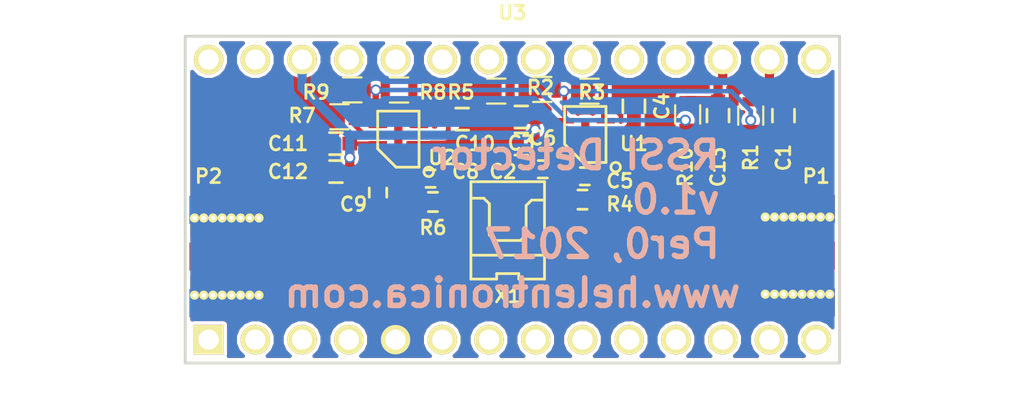
<source format=kicad_pcb>
(kicad_pcb (version 4) (host pcbnew 4.0.6)

  (general
    (links 91)
    (no_connects 0)
    (area 138.354999 79.934999 174.065001 97.865001)
    (thickness 0.8)
    (drawings 6)
    (tracks 96)
    (zones 0)
    (modules 28)
    (nets 21)
  )

  (page A4)
  (title_block
    (title "Microwavino RSSI Detectors")
    (date 2017-09-27)
    (rev 1)
    (company Helentronica)
  )

  (layers
    (0 F.Cu signal)
    (31 B.Cu signal hide)
    (33 F.Adhes user)
    (35 F.Paste user)
    (36 B.SilkS user hide)
    (37 F.SilkS user)
    (39 F.Mask user hide)
    (40 Dwgs.User user)
    (41 Cmts.User user)
    (42 Eco1.User user)
    (43 Eco2.User user)
    (44 Edge.Cuts user)
    (45 Margin user)
    (47 F.CrtYd user)
    (49 F.Fab user)
  )

  (setup
    (last_trace_width 0.25)
    (user_trace_width 0.2)
    (user_trace_width 0.25)
    (user_trace_width 0.35)
    (user_trace_width 0.5)
    (user_trace_width 0.85)
    (trace_clearance 0.2)
    (zone_clearance 0.2)
    (zone_45_only no)
    (trace_min 0.2)
    (segment_width 0.2)
    (edge_width 0.15)
    (via_size 0.6)
    (via_drill 0.4)
    (via_min_size 0.4)
    (via_min_drill 0.3)
    (uvia_size 0.3)
    (uvia_drill 0.1)
    (uvias_allowed no)
    (uvia_min_size 0.2)
    (uvia_min_drill 0.1)
    (pcb_text_width 0.3)
    (pcb_text_size 1.5 1.5)
    (mod_edge_width 0.15)
    (mod_text_size 0.75 0.75)
    (mod_text_width 0.15)
    (pad_size 1.524 1.524)
    (pad_drill 0.762)
    (pad_to_mask_clearance 0.2)
    (aux_axis_origin 0 0)
    (visible_elements FFFE7F7F)
    (pcbplotparams
      (layerselection 0x00030_80000001)
      (usegerberextensions false)
      (excludeedgelayer true)
      (linewidth 0.100000)
      (plotframeref false)
      (viasonmask false)
      (mode 1)
      (useauxorigin false)
      (hpglpennumber 1)
      (hpglpenspeed 20)
      (hpglpendiameter 15)
      (hpglpenoverlay 2)
      (psnegative false)
      (psa4output false)
      (plotreference true)
      (plotvalue true)
      (plotinvisibletext false)
      (padsonsilk false)
      (subtractmaskfromsilk false)
      (outputformat 1)
      (mirror false)
      (drillshape 1)
      (scaleselection 1)
      (outputdirectory ""))
  )

  (net 0 "")
  (net 1 /ADC_A)
  (net 2 GND)
  (net 3 +3V3)
  (net 4 "Net-(C4-Pad2)")
  (net 5 /B)
  (net 6 "Net-(C5-Pad2)")
  (net 7 /A)
  (net 8 "Net-(C9-Pad1)")
  (net 9 "Net-(C10-Pad2)")
  (net 10 /ADC_B)
  (net 11 /RF_IN)
  (net 12 /RF_OUT)
  (net 13 "Net-(R1-Pad2)")
  (net 14 "Net-(R3-Pad1)")
  (net 15 "Net-(R5-Pad1)")
  (net 16 "Net-(R7-Pad1)")
  (net 17 "Net-(R8-Pad1)")
  (net 18 "Net-(R10-Pad2)")
  (net 19 "Net-(C6-Pad2)")
  (net 20 "Net-(C8-Pad1)")

  (net_class Default "This is the default net class."
    (clearance 0.2)
    (trace_width 0.25)
    (via_dia 0.6)
    (via_drill 0.4)
    (uvia_dia 0.3)
    (uvia_drill 0.1)
    (add_net +3V3)
    (add_net /ADC_A)
    (add_net /ADC_B)
    (add_net GND)
    (add_net "Net-(C10-Pad2)")
    (add_net "Net-(C4-Pad2)")
    (add_net "Net-(C5-Pad2)")
    (add_net "Net-(C6-Pad2)")
    (add_net "Net-(C8-Pad1)")
    (add_net "Net-(C9-Pad1)")
    (add_net "Net-(R1-Pad2)")
    (add_net "Net-(R10-Pad2)")
    (add_net "Net-(R3-Pad1)")
    (add_net "Net-(R5-Pad1)")
    (add_net "Net-(R7-Pad1)")
    (add_net "Net-(R8-Pad1)")
  )

  (net_class RF ""
    (clearance 0.2)
    (trace_width 0.82)
    (via_dia 0.6)
    (via_drill 0.4)
    (uvia_dia 0.3)
    (uvia_drill 0.1)
    (add_net /A)
    (add_net /B)
    (add_net /RF_IN)
    (add_net /RF_OUT)
  )

  (module vna:C_0603b (layer F.Cu) (tedit 59CBA85D) (tstamp 59CB6514)
    (at 170.942 84.328 270)
    (descr "Capacitor SMD 0603, reflow soldering, AVX (see smccp.pdf)")
    (tags "capacitor 0603")
    (path /59C23F99)
    (attr smd)
    (fp_text reference C1 (at 2.286 0 270) (layer F.SilkS)
      (effects (font (size 0.75 0.75) (thickness 0.15)))
    )
    (fp_text value 100n (at 0 1.9 270) (layer F.Fab)
      (effects (font (size 1 1) (thickness 0.15)))
    )
    (fp_line (start -1.45 -0.75) (end 1.45 -0.75) (layer F.CrtYd) (width 0.05))
    (fp_line (start -1.45 0.75) (end 1.45 0.75) (layer F.CrtYd) (width 0.05))
    (fp_line (start -1.45 -0.75) (end -1.45 0.75) (layer F.CrtYd) (width 0.05))
    (fp_line (start 1.45 -0.75) (end 1.45 0.75) (layer F.CrtYd) (width 0.05))
    (fp_line (start -0.35 -0.6) (end 0.35 -0.6) (layer F.SilkS) (width 0.15))
    (fp_line (start 0.35 0.6) (end -0.35 0.6) (layer F.SilkS) (width 0.15))
    (pad 1 smd rect (at -0.75 0 270) (size 0.8 0.75) (layers F.Cu F.Paste F.Mask)
      (net 1 /ADC_A))
    (pad 2 smd rect (at 0.75 0 270) (size 0.8 0.75) (layers F.Cu F.Paste F.Mask)
      (net 2 GND))
    (model Capacitors_SMD.3dshapes/C_0603.wrl
      (at (xyz 0 0 0))
      (scale (xyz 1 1 1))
      (rotate (xyz 0 0 0))
    )
  )

  (module vna:C_0603b (layer F.Cu) (tedit 59CBA82E) (tstamp 59CB6520)
    (at 156.6926 85.8774 180)
    (descr "Capacitor SMD 0603, reflow soldering, AVX (see smccp.pdf)")
    (tags "capacitor 0603")
    (path /59C27DB2)
    (attr smd)
    (fp_text reference C2 (at 0.9906 -1.4986 180) (layer F.SilkS)
      (effects (font (size 0.75 0.75) (thickness 0.15)))
    )
    (fp_text value 0.1u (at 0 1.9 180) (layer F.Fab)
      (effects (font (size 1 1) (thickness 0.15)))
    )
    (fp_line (start -1.45 -0.75) (end 1.45 -0.75) (layer F.CrtYd) (width 0.05))
    (fp_line (start -1.45 0.75) (end 1.45 0.75) (layer F.CrtYd) (width 0.05))
    (fp_line (start -1.45 -0.75) (end -1.45 0.75) (layer F.CrtYd) (width 0.05))
    (fp_line (start 1.45 -0.75) (end 1.45 0.75) (layer F.CrtYd) (width 0.05))
    (fp_line (start -0.35 -0.6) (end 0.35 -0.6) (layer F.SilkS) (width 0.15))
    (fp_line (start 0.35 0.6) (end -0.35 0.6) (layer F.SilkS) (width 0.15))
    (pad 1 smd rect (at -0.75 0 180) (size 0.8 0.75) (layers F.Cu F.Paste F.Mask)
      (net 3 +3V3))
    (pad 2 smd rect (at 0.75 0 180) (size 0.8 0.75) (layers F.Cu F.Paste F.Mask)
      (net 2 GND))
    (model Capacitors_SMD.3dshapes/C_0603.wrl
      (at (xyz 0 0 0))
      (scale (xyz 1 1 1))
      (rotate (xyz 0 0 0))
    )
  )

  (module vna:C_0603b (layer F.Cu) (tedit 59CBA7C8) (tstamp 59CB6580)
    (at 146.6215 85.852 180)
    (descr "Capacitor SMD 0603, reflow soldering, AVX (see smccp.pdf)")
    (tags "capacitor 0603")
    (path /59C284A6)
    (attr smd)
    (fp_text reference C11 (at 2.6035 0 180) (layer F.SilkS)
      (effects (font (size 0.75 0.75) (thickness 0.15)))
    )
    (fp_text value 0.1u (at 0 1.9 180) (layer F.Fab)
      (effects (font (size 1 1) (thickness 0.15)))
    )
    (fp_line (start -1.45 -0.75) (end 1.45 -0.75) (layer F.CrtYd) (width 0.05))
    (fp_line (start -1.45 0.75) (end 1.45 0.75) (layer F.CrtYd) (width 0.05))
    (fp_line (start -1.45 -0.75) (end -1.45 0.75) (layer F.CrtYd) (width 0.05))
    (fp_line (start 1.45 -0.75) (end 1.45 0.75) (layer F.CrtYd) (width 0.05))
    (fp_line (start -0.35 -0.6) (end 0.35 -0.6) (layer F.SilkS) (width 0.15))
    (fp_line (start 0.35 0.6) (end -0.35 0.6) (layer F.SilkS) (width 0.15))
    (pad 1 smd rect (at -0.75 0 180) (size 0.8 0.75) (layers F.Cu F.Paste F.Mask)
      (net 3 +3V3))
    (pad 2 smd rect (at 0.75 0 180) (size 0.8 0.75) (layers F.Cu F.Paste F.Mask)
      (net 2 GND))
    (model Capacitors_SMD.3dshapes/C_0603.wrl
      (at (xyz 0 0 0))
      (scale (xyz 1 1 1))
      (rotate (xyz 0 0 0))
    )
  )

  (module vna:C_0603b (layer F.Cu) (tedit 59CBA854) (tstamp 59CB6598)
    (at 167.386 84.328 270)
    (descr "Capacitor SMD 0603, reflow soldering, AVX (see smccp.pdf)")
    (tags "capacitor 0603")
    (path /59C2555F)
    (attr smd)
    (fp_text reference C13 (at 2.794 0 270) (layer F.SilkS)
      (effects (font (size 0.75 0.75) (thickness 0.15)))
    )
    (fp_text value 100n (at 0 1.9 270) (layer F.Fab)
      (effects (font (size 1 1) (thickness 0.15)))
    )
    (fp_line (start -1.45 -0.75) (end 1.45 -0.75) (layer F.CrtYd) (width 0.05))
    (fp_line (start -1.45 0.75) (end 1.45 0.75) (layer F.CrtYd) (width 0.05))
    (fp_line (start -1.45 -0.75) (end -1.45 0.75) (layer F.CrtYd) (width 0.05))
    (fp_line (start 1.45 -0.75) (end 1.45 0.75) (layer F.CrtYd) (width 0.05))
    (fp_line (start -0.35 -0.6) (end 0.35 -0.6) (layer F.SilkS) (width 0.15))
    (fp_line (start 0.35 0.6) (end -0.35 0.6) (layer F.SilkS) (width 0.15))
    (pad 1 smd rect (at -0.75 0 270) (size 0.8 0.75) (layers F.Cu F.Paste F.Mask)
      (net 10 /ADC_B))
    (pad 2 smd rect (at 0.75 0 270) (size 0.8 0.75) (layers F.Cu F.Paste F.Mask)
      (net 2 GND))
    (model Capacitors_SMD.3dshapes/C_0603.wrl
      (at (xyz 0 0 0))
      (scale (xyz 1 1 1))
      (rotate (xyz 0 0 0))
    )
  )

  (module vna:CONSMA003.062 (layer F.Cu) (tedit 59CBA898) (tstamp 59CB65B5)
    (at 171.704 91.948)
    (path /59C26562)
    (fp_text reference P1 (at 1.016 -4.318) (layer F.SilkS)
      (effects (font (size 0.75 0.75) (thickness 0.15)))
    )
    (fp_text value SMA (at 0 -7.62) (layer F.SilkS) hide
      (effects (font (size 1.5 1.5) (thickness 0.15)))
    )
    (fp_line (start 2.25 4.5) (end 2.25 -4.5) (layer Dwgs.User) (width 0.15))
    (fp_line (start 2.25 -4.5) (end 12.25 -4.5) (layer Dwgs.User) (width 0.15))
    (fp_line (start 12.25 -4.5) (end 12.25 4.5) (layer Dwgs.User) (width 0.15))
    (fp_line (start 12.25 4.5) (end 2.25 4.5) (layer Dwgs.User) (width 0.15))
    (pad 1 smd rect (at 0 0) (size 4.06 1.52) (layers F.Cu F.Paste F.Mask)
      (net 11 /RF_IN))
    (pad 2 smd rect (at 0 -2.54) (size 4.06 1.52) (layers F.Cu F.Paste F.Mask)
      (net 2 GND) (zone_connect 2) (thermal_width 4) (thermal_gap 0.3))
    (pad 2 smd rect (at 0 2.54) (size 4.06 1.52) (layers F.Cu F.Paste F.Mask)
      (net 2 GND) (zone_connect 2) (thermal_width 4) (thermal_gap 0.3))
    (pad 2 smd rect (at 0 -2.54) (size 4.06 1.52) (layers B.Cu)
      (net 2 GND) (zone_connect 2) (thermal_width 4) (thermal_gap 0.3))
    (pad 2 smd rect (at 0 2.54) (size 4.06 1.52) (layers B.Cu)
      (net 2 GND) (zone_connect 2) (thermal_width 4) (thermal_gap 0.3))
    (pad 2 thru_hole circle (at 1.75 -2.1) (size 0.5 0.5) (drill 0.25) (layers *.Cu *.Mask F.SilkS)
      (net 2 GND) (zone_connect 2))
    (pad 2 thru_hole circle (at 1.25 -2.1) (size 0.5 0.5) (drill 0.25) (layers *.Cu *.Mask F.SilkS)
      (net 2 GND) (zone_connect 2))
    (pad 2 thru_hole circle (at 0.75 -2.1) (size 0.5 0.5) (drill 0.25) (layers *.Cu *.Mask F.SilkS)
      (net 2 GND) (zone_connect 2))
    (pad 2 thru_hole circle (at 0.25 -2.1) (size 0.5 0.5) (drill 0.25) (layers *.Cu *.Mask F.SilkS)
      (net 2 GND) (zone_connect 2))
    (pad 2 thru_hole circle (at -0.25 -2.1) (size 0.5 0.5) (drill 0.25) (layers *.Cu *.Mask F.SilkS)
      (net 2 GND) (zone_connect 2))
    (pad 2 thru_hole circle (at -0.75 -2.1) (size 0.5 0.5) (drill 0.25) (layers *.Cu *.Mask F.SilkS)
      (net 2 GND) (zone_connect 2))
    (pad 2 thru_hole circle (at -1.25 -2.1) (size 0.5 0.5) (drill 0.25) (layers *.Cu *.Mask F.SilkS)
      (net 2 GND) (zone_connect 2))
    (pad 2 thru_hole circle (at -1.75 -2.1) (size 0.5 0.5) (drill 0.25) (layers *.Cu *.Mask F.SilkS)
      (net 2 GND) (zone_connect 2))
    (pad 2 thru_hole circle (at 1.75 2.1) (size 0.5 0.5) (drill 0.25) (layers *.Cu *.Mask F.SilkS)
      (net 2 GND) (zone_connect 2))
    (pad 2 thru_hole circle (at 1.25 2.1) (size 0.5 0.5) (drill 0.25) (layers *.Cu *.Mask F.SilkS)
      (net 2 GND) (zone_connect 2))
    (pad 2 thru_hole circle (at 0.75 2.1) (size 0.5 0.5) (drill 0.25) (layers *.Cu *.Mask F.SilkS)
      (net 2 GND) (zone_connect 2))
    (pad 2 thru_hole circle (at 0.25 2.1) (size 0.5 0.5) (drill 0.25) (layers *.Cu *.Mask F.SilkS)
      (net 2 GND) (zone_connect 2))
    (pad 2 thru_hole circle (at -0.25 2.1) (size 0.5 0.5) (drill 0.25) (layers *.Cu *.Mask F.SilkS)
      (net 2 GND) (zone_connect 2))
    (pad 2 thru_hole circle (at -0.75 2.1) (size 0.5 0.5) (drill 0.25) (layers *.Cu *.Mask F.SilkS)
      (net 2 GND) (zone_connect 2))
    (pad 2 thru_hole circle (at -1.25 2.1) (size 0.5 0.5) (drill 0.25) (layers *.Cu *.Mask F.SilkS)
      (net 2 GND) (zone_connect 2))
    (pad 2 thru_hole circle (at -1.75 2.1) (size 0.5 0.5) (drill 0.25) (layers *.Cu *.Mask F.SilkS)
      (net 2 GND) (zone_connect 2))
    (model "D:/Data/Microwavino/HW/3d/User Library-RP_SMA_PCB-1.wrl"
      (at (xyz 0.08 0 0.005))
      (scale (xyz 200 200 200))
      (rotate (xyz 0 180 90))
    )
  )

  (module vna:CONSMA003.062 (layer F.Cu) (tedit 56A144FC) (tstamp 59CB65D2)
    (at 140.688 92 180)
    (path /59C2676B)
    (fp_text reference P2 (at 0.988 4.37 180) (layer F.SilkS)
      (effects (font (size 0.75 0.75) (thickness 0.15)))
    )
    (fp_text value SMA (at 0 -7.62 180) (layer F.SilkS) hide
      (effects (font (size 1.5 1.5) (thickness 0.15)))
    )
    (fp_line (start 2.25 4.5) (end 2.25 -4.5) (layer Dwgs.User) (width 0.15))
    (fp_line (start 2.25 -4.5) (end 12.25 -4.5) (layer Dwgs.User) (width 0.15))
    (fp_line (start 12.25 -4.5) (end 12.25 4.5) (layer Dwgs.User) (width 0.15))
    (fp_line (start 12.25 4.5) (end 2.25 4.5) (layer Dwgs.User) (width 0.15))
    (pad 1 smd rect (at 0 0 180) (size 4.06 1.52) (layers F.Cu F.Paste F.Mask)
      (net 12 /RF_OUT))
    (pad 2 smd rect (at 0 -2.54 180) (size 4.06 1.52) (layers F.Cu F.Paste F.Mask)
      (net 2 GND) (zone_connect 2) (thermal_width 4) (thermal_gap 0.3))
    (pad 2 smd rect (at 0 2.54 180) (size 4.06 1.52) (layers F.Cu F.Paste F.Mask)
      (net 2 GND) (zone_connect 2) (thermal_width 4) (thermal_gap 0.3))
    (pad 2 smd rect (at 0 -2.54 180) (size 4.06 1.52) (layers B.Cu)
      (net 2 GND) (zone_connect 2) (thermal_width 4) (thermal_gap 0.3))
    (pad 2 smd rect (at 0 2.54 180) (size 4.06 1.52) (layers B.Cu)
      (net 2 GND) (zone_connect 2) (thermal_width 4) (thermal_gap 0.3))
    (pad 2 thru_hole circle (at 1.75 -2.1 180) (size 0.5 0.5) (drill 0.25) (layers *.Cu *.Mask F.SilkS)
      (net 2 GND) (zone_connect 2))
    (pad 2 thru_hole circle (at 1.25 -2.1 180) (size 0.5 0.5) (drill 0.25) (layers *.Cu *.Mask F.SilkS)
      (net 2 GND) (zone_connect 2))
    (pad 2 thru_hole circle (at 0.75 -2.1 180) (size 0.5 0.5) (drill 0.25) (layers *.Cu *.Mask F.SilkS)
      (net 2 GND) (zone_connect 2))
    (pad 2 thru_hole circle (at 0.25 -2.1 180) (size 0.5 0.5) (drill 0.25) (layers *.Cu *.Mask F.SilkS)
      (net 2 GND) (zone_connect 2))
    (pad 2 thru_hole circle (at -0.25 -2.1 180) (size 0.5 0.5) (drill 0.25) (layers *.Cu *.Mask F.SilkS)
      (net 2 GND) (zone_connect 2))
    (pad 2 thru_hole circle (at -0.75 -2.1 180) (size 0.5 0.5) (drill 0.25) (layers *.Cu *.Mask F.SilkS)
      (net 2 GND) (zone_connect 2))
    (pad 2 thru_hole circle (at -1.25 -2.1 180) (size 0.5 0.5) (drill 0.25) (layers *.Cu *.Mask F.SilkS)
      (net 2 GND) (zone_connect 2))
    (pad 2 thru_hole circle (at -1.75 -2.1 180) (size 0.5 0.5) (drill 0.25) (layers *.Cu *.Mask F.SilkS)
      (net 2 GND) (zone_connect 2))
    (pad 2 thru_hole circle (at 1.75 2.1 180) (size 0.5 0.5) (drill 0.25) (layers *.Cu *.Mask F.SilkS)
      (net 2 GND) (zone_connect 2))
    (pad 2 thru_hole circle (at 1.25 2.1 180) (size 0.5 0.5) (drill 0.25) (layers *.Cu *.Mask F.SilkS)
      (net 2 GND) (zone_connect 2))
    (pad 2 thru_hole circle (at 0.75 2.1 180) (size 0.5 0.5) (drill 0.25) (layers *.Cu *.Mask F.SilkS)
      (net 2 GND) (zone_connect 2))
    (pad 2 thru_hole circle (at 0.25 2.1 180) (size 0.5 0.5) (drill 0.25) (layers *.Cu *.Mask F.SilkS)
      (net 2 GND) (zone_connect 2))
    (pad 2 thru_hole circle (at -0.25 2.1 180) (size 0.5 0.5) (drill 0.25) (layers *.Cu *.Mask F.SilkS)
      (net 2 GND) (zone_connect 2))
    (pad 2 thru_hole circle (at -0.75 2.1 180) (size 0.5 0.5) (drill 0.25) (layers *.Cu *.Mask F.SilkS)
      (net 2 GND) (zone_connect 2))
    (pad 2 thru_hole circle (at -1.25 2.1 180) (size 0.5 0.5) (drill 0.25) (layers *.Cu *.Mask F.SilkS)
      (net 2 GND) (zone_connect 2))
    (pad 2 thru_hole circle (at -1.75 2.1 180) (size 0.5 0.5) (drill 0.25) (layers *.Cu *.Mask F.SilkS)
      (net 2 GND) (zone_connect 2))
    (model "D:/Data/Microwavino/HW/3d/User Library-RP_SMA_PCB-1.wrl"
      (at (xyz 0.08 0 0.005))
      (scale (xyz 200 200 200))
      (rotate (xyz 0 180 90))
    )
  )

  (module vna:R_0402b (layer F.Cu) (tedit 59CBA849) (tstamp 59CB6602)
    (at 160.02 88.9)
    (descr "Resistor SMD 0402, reflow soldering, Vishay (see dcrcw.pdf)")
    (tags "resistor 0402")
    (path /59C23EFC)
    (attr smd)
    (fp_text reference R4 (at 2.032 0.254) (layer F.SilkS)
      (effects (font (size 0.75 0.75) (thickness 0.15)))
    )
    (fp_text value 49.9 (at 0 1.8) (layer F.Fab)
      (effects (font (size 1 1) (thickness 0.15)))
    )
    (fp_line (start -0.95 -0.65) (end 0.95 -0.65) (layer F.CrtYd) (width 0.05))
    (fp_line (start -0.95 0.65) (end 0.95 0.65) (layer F.CrtYd) (width 0.05))
    (fp_line (start -0.95 -0.65) (end -0.95 0.65) (layer F.CrtYd) (width 0.05))
    (fp_line (start 0.95 -0.65) (end 0.95 0.65) (layer F.CrtYd) (width 0.05))
    (fp_line (start 0.25 -0.525) (end -0.25 -0.525) (layer F.SilkS) (width 0.15))
    (fp_line (start -0.25 0.525) (end 0.25 0.525) (layer F.SilkS) (width 0.15))
    (pad 1 smd rect (at -0.45 0) (size 0.4 0.6) (layers F.Cu F.Paste F.Mask)
      (net 5 /B))
    (pad 2 smd rect (at 0.45 0) (size 0.4 0.6) (layers F.Cu F.Paste F.Mask)
      (net 2 GND))
    (model Resistors_SMD.3dshapes/R_0402.wrl
      (at (xyz 0 0 0))
      (scale (xyz 1 1 1))
      (rotate (xyz 0 0 0))
    )
  )

  (module vna:R_0402b (layer F.Cu) (tedit 59CBA7F5) (tstamp 59CB661A)
    (at 151.892 89.027 180)
    (descr "Resistor SMD 0402, reflow soldering, Vishay (see dcrcw.pdf)")
    (tags "resistor 0402")
    (path /59C2507D)
    (attr smd)
    (fp_text reference R6 (at 0 -1.397 180) (layer F.SilkS)
      (effects (font (size 0.75 0.75) (thickness 0.15)))
    )
    (fp_text value 49.9 (at 0 1.8 180) (layer F.Fab)
      (effects (font (size 1 1) (thickness 0.15)))
    )
    (fp_line (start -0.95 -0.65) (end 0.95 -0.65) (layer F.CrtYd) (width 0.05))
    (fp_line (start -0.95 0.65) (end 0.95 0.65) (layer F.CrtYd) (width 0.05))
    (fp_line (start -0.95 -0.65) (end -0.95 0.65) (layer F.CrtYd) (width 0.05))
    (fp_line (start 0.95 -0.65) (end 0.95 0.65) (layer F.CrtYd) (width 0.05))
    (fp_line (start 0.25 -0.525) (end -0.25 -0.525) (layer F.SilkS) (width 0.15))
    (fp_line (start -0.25 0.525) (end 0.25 0.525) (layer F.SilkS) (width 0.15))
    (pad 1 smd rect (at -0.45 0 180) (size 0.4 0.6) (layers F.Cu F.Paste F.Mask)
      (net 7 /A))
    (pad 2 smd rect (at 0.45 0 180) (size 0.4 0.6) (layers F.Cu F.Paste F.Mask)
      (net 2 GND))
    (model Resistors_SMD.3dshapes/R_0402.wrl
      (at (xyz 0 0 0))
      (scale (xyz 1 1 1))
      (rotate (xyz 0 0 0))
    )
  )

  (module vna:8-LFCSP_VD (layer F.Cu) (tedit 59CBA839) (tstamp 59CB665D)
    (at 160.1724 85.356 90)
    (path /59C249DD)
    (fp_text reference U1 (at -0.496 2.6416 180) (layer F.SilkS)
      (effects (font (size 0.75 0.75) (thickness 0.15)))
    )
    (fp_text value AD8319 (at 0 0 90) (layer F.Fab)
      (effects (font (size 1.2 1.2) (thickness 0.15)))
    )
    (fp_circle (center -1.778 1.651) (end -1.524 1.7018) (layer F.SilkS) (width 0.15))
    (fp_line (start -0.525 -1.125) (end -1.525 -0.125) (layer F.SilkS) (width 0.15))
    (fp_line (start -1.525 -0.125) (end -1.525 1.125) (layer F.SilkS) (width 0.15))
    (fp_line (start -1.525 1.125) (end 1.525 1.125) (layer F.SilkS) (width 0.15))
    (fp_line (start 1.525 1.125) (end 1.525 -1.125) (layer F.SilkS) (width 0.15))
    (fp_line (start 1.525 -1.125) (end -0.525 -1.125) (layer F.SilkS) (width 0.15))
    (pad 8 smd rect (at -0.75 -1.1176 90) (size 0.3 1) (layers F.Cu F.Paste F.Mask)
      (net 19 "Net-(C6-Pad2)"))
    (pad 1 smd rect (at -0.75 1.1176 90) (size 0.3 1) (layers F.Cu F.Paste F.Mask)
      (net 6 "Net-(C5-Pad2)"))
    (pad 7 smd rect (at -0.25 -1.1176 90) (size 0.3 1) (layers F.Cu F.Paste F.Mask)
      (net 3 +3V3))
    (pad 2 smd rect (at -0.25 1.1176 90) (size 0.3 1) (layers F.Cu F.Paste F.Mask)
      (net 2 GND))
    (pad 6 smd rect (at 0.25 -1.1176 90) (size 0.3 1) (layers F.Cu F.Paste F.Mask)
      (net 15 "Net-(R5-Pad1)"))
    (pad 3 smd rect (at 0.25 1.1176 90) (size 0.3 1) (layers F.Cu F.Paste F.Mask)
      (net 4 "Net-(C4-Pad2)"))
    (pad 5 smd rect (at 0.75 -1.1176 90) (size 0.3 1) (layers F.Cu F.Paste F.Mask)
      (net 13 "Net-(R1-Pad2)"))
    (pad 4 smd rect (at 0.75 1.1176 90) (size 0.3 1) (layers F.Cu F.Paste F.Mask)
      (net 14 "Net-(R3-Pad1)"))
    (pad EPAD smd rect (at 0 0 180) (size 0.45 1.75) (layers F.Cu F.Paste F.Mask))
  )

  (module vna:8-LFCSP_VD (layer F.Cu) (tedit 59CBA81B) (tstamp 59CB6670)
    (at 150.0124 85.61 90)
    (path /59C25084)
    (fp_text reference U2 (at -1.004 2.3876 180) (layer F.SilkS)
      (effects (font (size 0.75 0.75) (thickness 0.15)))
    )
    (fp_text value AD8319 (at 0 0 90) (layer F.Fab)
      (effects (font (size 1.2 1.2) (thickness 0.15)))
    )
    (fp_circle (center -1.778 1.651) (end -1.524 1.7018) (layer F.SilkS) (width 0.15))
    (fp_line (start -0.525 -1.125) (end -1.525 -0.125) (layer F.SilkS) (width 0.15))
    (fp_line (start -1.525 -0.125) (end -1.525 1.125) (layer F.SilkS) (width 0.15))
    (fp_line (start -1.525 1.125) (end 1.525 1.125) (layer F.SilkS) (width 0.15))
    (fp_line (start 1.525 1.125) (end 1.525 -1.125) (layer F.SilkS) (width 0.15))
    (fp_line (start 1.525 -1.125) (end -0.525 -1.125) (layer F.SilkS) (width 0.15))
    (pad 8 smd rect (at -0.75 -1.1176 90) (size 0.3 1) (layers F.Cu F.Paste F.Mask)
      (net 8 "Net-(C9-Pad1)"))
    (pad 1 smd rect (at -0.75 1.1176 90) (size 0.3 1) (layers F.Cu F.Paste F.Mask)
      (net 20 "Net-(C8-Pad1)"))
    (pad 7 smd rect (at -0.25 -1.1176 90) (size 0.3 1) (layers F.Cu F.Paste F.Mask)
      (net 3 +3V3))
    (pad 2 smd rect (at -0.25 1.1176 90) (size 0.3 1) (layers F.Cu F.Paste F.Mask)
      (net 2 GND))
    (pad 6 smd rect (at 0.25 -1.1176 90) (size 0.3 1) (layers F.Cu F.Paste F.Mask)
      (net 16 "Net-(R7-Pad1)"))
    (pad 3 smd rect (at 0.25 1.1176 90) (size 0.3 1) (layers F.Cu F.Paste F.Mask)
      (net 9 "Net-(C10-Pad2)"))
    (pad 5 smd rect (at 0.75 -1.1176 90) (size 0.3 1) (layers F.Cu F.Paste F.Mask)
      (net 18 "Net-(R10-Pad2)"))
    (pad 4 smd rect (at 0.75 1.1176 90) (size 0.3 1) (layers F.Cu F.Paste F.Mask)
      (net 17 "Net-(R8-Pad1)"))
    (pad EPAD smd rect (at 0 0 180) (size 0.45 1.75) (layers F.Cu F.Paste F.Mask))
  )

  (module vna:Teensy30_31_32_LC_modified locked (layer F.Cu) (tedit 59B65BA2) (tstamp 59CB6694)
    (at 156.21 88.9)
    (path /59C30E62)
    (fp_text reference U3 (at 0 -10.16) (layer F.SilkS)
      (effects (font (size 0.75 0.75) (thickness 0.15)))
    )
    (fp_text value Teensy3.2 (at 0 10.16) (layer F.Fab)
      (effects (font (size 1 1) (thickness 0.15)))
    )
    (fp_line (start -17.78 -8.89) (end 17.78 -8.89) (layer F.SilkS) (width 0.15))
    (fp_line (start 17.78 -8.89) (end 17.78 8.89) (layer F.SilkS) (width 0.15))
    (fp_line (start 17.78 8.89) (end -17.78 8.89) (layer F.SilkS) (width 0.15))
    (fp_line (start -17.78 8.89) (end -17.78 -8.89) (layer F.SilkS) (width 0.15))
    (pad 20 thru_hole circle (at 16.51 -7.62) (size 1.6 1.6) (drill 1.1) (layers *.Cu *.Mask F.SilkS))
    (pad 14 thru_hole circle (at 16.51 7.62) (size 1.6 1.6) (drill 1.1) (layers *.Cu *.Mask F.SilkS))
    (pad 21 thru_hole circle (at 13.97 -7.62) (size 1.6 1.6) (drill 1.1) (layers *.Cu *.Mask F.SilkS)
      (net 1 /ADC_A))
    (pad 22 thru_hole circle (at 11.43 -7.62) (size 1.6 1.6) (drill 1.1) (layers *.Cu *.Mask F.SilkS)
      (net 10 /ADC_B))
    (pad 23 thru_hole circle (at 8.89 -7.62) (size 1.6 1.6) (drill 1.1) (layers *.Cu *.Mask F.SilkS))
    (pad 24 thru_hole circle (at 6.35 -7.62) (size 1.6 1.6) (drill 1.1) (layers *.Cu *.Mask F.SilkS))
    (pad 25 thru_hole circle (at 3.81 -7.62) (size 1.6 1.6) (drill 1.1) (layers *.Cu *.Mask F.SilkS))
    (pad 26 thru_hole circle (at 1.27 -7.62) (size 1.6 1.6) (drill 1.1) (layers *.Cu *.Mask F.SilkS))
    (pad 27 thru_hole circle (at -1.27 -7.62) (size 1.6 1.6) (drill 1.1) (layers *.Cu *.Mask F.SilkS))
    (pad 28 thru_hole circle (at -3.81 -7.62) (size 1.6 1.6) (drill 1.1) (layers *.Cu *.Mask F.SilkS))
    (pad 29 thru_hole circle (at -6.35 -7.62) (size 1.6 1.6) (drill 1.1) (layers *.Cu *.Mask F.SilkS))
    (pad 30 thru_hole circle (at -8.89 -7.62) (size 1.6 1.6) (drill 1.1) (layers *.Cu *.Mask F.SilkS))
    (pad 31 thru_hole circle (at -11.43 -7.62) (size 1.6 1.6) (drill 1.1) (layers *.Cu *.Mask F.SilkS)
      (net 3 +3V3))
    (pad 32 thru_hole circle (at -13.97 -7.62) (size 1.6 1.6) (drill 1.1) (layers *.Cu *.Mask F.SilkS))
    (pad 33 thru_hole circle (at -16.51 -7.62) (size 1.6 1.6) (drill 1.1) (layers *.Cu *.Mask F.SilkS))
    (pad 13 thru_hole circle (at 13.97 7.62) (size 1.6 1.6) (drill 1.1) (layers *.Cu *.Mask F.SilkS))
    (pad 12 thru_hole circle (at 11.43 7.62) (size 1.6 1.6) (drill 1.1) (layers *.Cu *.Mask F.SilkS))
    (pad 11 thru_hole circle (at 8.89 7.62) (size 1.6 1.6) (drill 1.1) (layers *.Cu *.Mask F.SilkS))
    (pad 10 thru_hole circle (at 6.35 7.62) (size 1.6 1.6) (drill 1.1) (layers *.Cu *.Mask F.SilkS))
    (pad 9 thru_hole circle (at 3.81 7.62) (size 1.6 1.6) (drill 1.1) (layers *.Cu *.Mask F.SilkS))
    (pad 8 thru_hole circle (at 1.27 7.62) (size 1.6 1.6) (drill 1.1) (layers *.Cu *.Mask F.SilkS))
    (pad 7 thru_hole circle (at -1.27 7.62) (size 1.6 1.6) (drill 1.1) (layers *.Cu *.Mask F.SilkS))
    (pad 6 thru_hole circle (at -3.81 7.62) (size 1.6 1.6) (drill 1.1) (layers *.Cu *.Mask F.SilkS))
    (pad 5 thru_hole circle (at -6.35 7.62) (size 1.6 1.6) (drill 1.1) (layers *.Cu *.Mask F.SilkS)
      (net 2 GND))
    (pad 4 thru_hole circle (at -8.89 7.62) (size 1.6 1.6) (drill 1.1) (layers *.Cu *.Mask F.SilkS))
    (pad 3 thru_hole circle (at -11.43 7.62) (size 1.6 1.6) (drill 1.1) (layers *.Cu *.Mask F.SilkS))
    (pad 2 thru_hole circle (at -13.97 7.62) (size 1.6 1.6) (drill 1.1) (layers *.Cu *.Mask F.SilkS))
    (pad 1 thru_hole rect (at -16.51 7.62) (size 1.6 1.6) (drill 1.1) (layers *.Cu *.Mask F.SilkS))
  )

  (module vna:CX3099NL (layer F.Cu) (tedit 59C27422) (tstamp 59CB66B7)
    (at 155.956 90.424 90)
    (path /59C262AE)
    (fp_text reference X1 (at -3.7 0 180) (layer F.SilkS)
      (effects (font (size 0.75 0.75) (thickness 0.15)))
    )
    (fp_text value CX3099NL (at 0 0 90) (layer F.Fab) hide
      (effects (font (size 1.2 1.2) (thickness 0.15)))
    )
    (fp_line (start -2.5 -0.6) (end -2.5 0.6) (layer F.SilkS) (width 0.15))
    (fp_line (start -2.8 0.6) (end -2.5 0.6) (layer F.SilkS) (width 0.15))
    (fp_line (start -2.8 2) (end -2.8 0.6) (layer F.SilkS) (width 0.15))
    (fp_line (start -2.5 2) (end -2.8 2) (layer F.SilkS) (width 0.15))
    (fp_line (start -2.8 -0.6) (end -2.5 -0.6) (layer F.SilkS) (width 0.15))
    (fp_line (start -2.8 -2) (end -2.8 -0.6) (layer F.SilkS) (width 0.15))
    (fp_line (start -2.5 -2) (end -2.8 -2) (layer F.SilkS) (width 0.15))
    (fp_line (start 1.2 1) (end -0.4 1) (layer F.SilkS) (width 0.15))
    (fp_line (start -0.7 0) (end -0.7 0.7) (layer F.SilkS) (width 0.15))
    (fp_line (start -0.7 0.7) (end -0.4 1) (layer F.SilkS) (width 0.15))
    (fp_line (start 0 -1) (end -0.4 -1) (layer F.SilkS) (width 0.15))
    (fp_line (start 1.3 -1) (end 0 -1) (layer F.SilkS) (width 0.15))
    (fp_line (start 1.2 1) (end 1.5 1.3) (layer F.SilkS) (width 0.15))
    (fp_line (start 1.5 1.3) (end 1.5 2) (layer F.SilkS) (width 0.15))
    (fp_line (start -1.5 -2) (end -1.5 2) (layer F.SilkS) (width 0.15))
    (fp_line (start -2.5 -2) (end -1.5 -2) (layer F.SilkS) (width 0.15))
    (fp_line (start -2.5 2) (end 2.5 2) (layer F.SilkS) (width 0.15))
    (fp_line (start 2.5 2) (end 2.5 -2) (layer F.SilkS) (width 0.15))
    (fp_line (start 2.5 -2) (end -1.5 -2) (layer F.SilkS) (width 0.15))
    (fp_line (start -0.7 -0.7) (end -0.7 0) (layer F.SilkS) (width 0.15))
    (fp_line (start -0.4 -1) (end -0.7 -0.7) (layer F.SilkS) (width 0.15))
    (fp_line (start 0 -1) (end -0.4 -1) (layer F.SilkS) (width 0.15))
    (fp_line (start 1.6 -2) (end 1.6 -1.3) (layer F.SilkS) (width 0.15))
    (fp_line (start 1.6 -1.3) (end 1.3 -1) (layer F.SilkS) (width 0.15))
    (fp_line (start 1.3 -1) (end 0 -1) (layer F.SilkS) (width 0.15))
    (pad 6 smd rect (at -1.5 -2.225 90) (size 1 1.55) (layers F.Cu F.Paste F.Mask)
      (net 12 /RF_OUT))
    (pad 1 smd rect (at -1.5 2.225 90) (size 1 1.55) (layers F.Cu F.Paste F.Mask)
      (net 11 /RF_IN))
    (pad 5 smd rect (at 0 -2.225 90) (size 1 1.55) (layers F.Cu F.Paste F.Mask))
    (pad 2 smd rect (at 0 2.225 90) (size 1 1.55) (layers F.Cu F.Paste F.Mask)
      (net 2 GND))
    (pad 4 smd rect (at 1.5 -2.225 90) (size 1 1.55) (layers F.Cu F.Paste F.Mask)
      (net 7 /A))
    (pad 3 smd rect (at 1.5 2.225 90) (size 1 1.55) (layers F.Cu F.Paste F.Mask)
      (net 5 /B))
  )

  (module vna:C_0603b (layer F.Cu) (tedit 55A401E5) (tstamp 59CB8E33)
    (at 156.6926 84.4042 180)
    (descr "Capacitor SMD 0603, reflow soldering, AVX (see smccp.pdf)")
    (tags "capacitor 0603")
    (path /59C27CA7)
    (attr smd)
    (fp_text reference C3 (at 0 -1.425 180) (layer F.SilkS)
      (effects (font (size 0.75 0.75) (thickness 0.15)))
    )
    (fp_text value 100p (at 0 1.9 180) (layer F.Fab)
      (effects (font (size 1 1) (thickness 0.15)))
    )
    (fp_line (start -1.45 -0.75) (end 1.45 -0.75) (layer F.CrtYd) (width 0.05))
    (fp_line (start -1.45 0.75) (end 1.45 0.75) (layer F.CrtYd) (width 0.05))
    (fp_line (start -1.45 -0.75) (end -1.45 0.75) (layer F.CrtYd) (width 0.05))
    (fp_line (start 1.45 -0.75) (end 1.45 0.75) (layer F.CrtYd) (width 0.05))
    (fp_line (start -0.35 -0.6) (end 0.35 -0.6) (layer F.SilkS) (width 0.15))
    (fp_line (start 0.35 0.6) (end -0.35 0.6) (layer F.SilkS) (width 0.15))
    (pad 1 smd rect (at -0.75 0 180) (size 0.8 0.75) (layers F.Cu F.Paste F.Mask)
      (net 3 +3V3))
    (pad 2 smd rect (at 0.75 0 180) (size 0.8 0.75) (layers F.Cu F.Paste F.Mask)
      (net 2 GND))
    (model Capacitors_SMD.3dshapes/C_0603.wrl
      (at (xyz 0 0 0))
      (scale (xyz 1 1 1))
      (rotate (xyz 0 0 0))
    )
  )

  (module vna:C_0603b (layer F.Cu) (tedit 59CBA869) (tstamp 59CB8E3E)
    (at 162.814 83.82 270)
    (descr "Capacitor SMD 0603, reflow soldering, AVX (see smccp.pdf)")
    (tags "capacitor 0603")
    (path /59C2BBBC)
    (attr smd)
    (fp_text reference C4 (at 0 -1.524 270) (layer F.SilkS)
      (effects (font (size 0.75 0.75) (thickness 0.15)))
    )
    (fp_text value 8.2p (at 0 1.9 270) (layer F.Fab)
      (effects (font (size 1 1) (thickness 0.15)))
    )
    (fp_line (start -1.45 -0.75) (end 1.45 -0.75) (layer F.CrtYd) (width 0.05))
    (fp_line (start -1.45 0.75) (end 1.45 0.75) (layer F.CrtYd) (width 0.05))
    (fp_line (start -1.45 -0.75) (end -1.45 0.75) (layer F.CrtYd) (width 0.05))
    (fp_line (start 1.45 -0.75) (end 1.45 0.75) (layer F.CrtYd) (width 0.05))
    (fp_line (start -0.35 -0.6) (end 0.35 -0.6) (layer F.SilkS) (width 0.15))
    (fp_line (start 0.35 0.6) (end -0.35 0.6) (layer F.SilkS) (width 0.15))
    (pad 1 smd rect (at -0.75 0 270) (size 0.8 0.75) (layers F.Cu F.Paste F.Mask)
      (net 2 GND))
    (pad 2 smd rect (at 0.75 0 270) (size 0.8 0.75) (layers F.Cu F.Paste F.Mask)
      (net 4 "Net-(C4-Pad2)"))
    (model Capacitors_SMD.3dshapes/C_0603.wrl
      (at (xyz 0 0 0))
      (scale (xyz 1 1 1))
      (rotate (xyz 0 0 0))
    )
  )

  (module vna:C_0603b (layer F.Cu) (tedit 59CBA814) (tstamp 59CB8E75)
    (at 153.4795 84.5185 180)
    (descr "Capacitor SMD 0603, reflow soldering, AVX (see smccp.pdf)")
    (tags "capacitor 0603")
    (path /59C2BD9A)
    (attr smd)
    (fp_text reference C10 (at -0.6985 -1.3335 180) (layer F.SilkS)
      (effects (font (size 0.75 0.75) (thickness 0.15)))
    )
    (fp_text value 8.2p (at 0 1.9 180) (layer F.Fab)
      (effects (font (size 1 1) (thickness 0.15)))
    )
    (fp_line (start -1.45 -0.75) (end 1.45 -0.75) (layer F.CrtYd) (width 0.05))
    (fp_line (start -1.45 0.75) (end 1.45 0.75) (layer F.CrtYd) (width 0.05))
    (fp_line (start -1.45 -0.75) (end -1.45 0.75) (layer F.CrtYd) (width 0.05))
    (fp_line (start 1.45 -0.75) (end 1.45 0.75) (layer F.CrtYd) (width 0.05))
    (fp_line (start -0.35 -0.6) (end 0.35 -0.6) (layer F.SilkS) (width 0.15))
    (fp_line (start 0.35 0.6) (end -0.35 0.6) (layer F.SilkS) (width 0.15))
    (pad 1 smd rect (at -0.75 0 180) (size 0.8 0.75) (layers F.Cu F.Paste F.Mask)
      (net 2 GND))
    (pad 2 smd rect (at 0.75 0 180) (size 0.8 0.75) (layers F.Cu F.Paste F.Mask)
      (net 9 "Net-(C10-Pad2)"))
    (model Capacitors_SMD.3dshapes/C_0603.wrl
      (at (xyz 0 0 0))
      (scale (xyz 1 1 1))
      (rotate (xyz 0 0 0))
    )
  )

  (module vna:C_0603b (layer F.Cu) (tedit 59CBA804) (tstamp 59CB8E80)
    (at 146.6215 87.376 180)
    (descr "Capacitor SMD 0603, reflow soldering, AVX (see smccp.pdf)")
    (tags "capacitor 0603")
    (path /59C2849F)
    (attr smd)
    (fp_text reference C12 (at 2.6035 0 180) (layer F.SilkS)
      (effects (font (size 0.75 0.75) (thickness 0.15)))
    )
    (fp_text value 100p (at 0 1.9 180) (layer F.Fab)
      (effects (font (size 1 1) (thickness 0.15)))
    )
    (fp_line (start -1.45 -0.75) (end 1.45 -0.75) (layer F.CrtYd) (width 0.05))
    (fp_line (start -1.45 0.75) (end 1.45 0.75) (layer F.CrtYd) (width 0.05))
    (fp_line (start -1.45 -0.75) (end -1.45 0.75) (layer F.CrtYd) (width 0.05))
    (fp_line (start 1.45 -0.75) (end 1.45 0.75) (layer F.CrtYd) (width 0.05))
    (fp_line (start -0.35 -0.6) (end 0.35 -0.6) (layer F.SilkS) (width 0.15))
    (fp_line (start 0.35 0.6) (end -0.35 0.6) (layer F.SilkS) (width 0.15))
    (pad 1 smd rect (at -0.75 0 180) (size 0.8 0.75) (layers F.Cu F.Paste F.Mask)
      (net 3 +3V3))
    (pad 2 smd rect (at 0.75 0 180) (size 0.8 0.75) (layers F.Cu F.Paste F.Mask)
      (net 2 GND))
    (model Capacitors_SMD.3dshapes/C_0603.wrl
      (at (xyz 0 0 0))
      (scale (xyz 1 1 1))
      (rotate (xyz 0 0 0))
    )
  )

  (module vna:C_0402b (layer F.Cu) (tedit 59CBA845) (tstamp 59CBA588)
    (at 160.147 87.63)
    (descr "Capacitor SMD 0402, reflow soldering, AVX (see smccp.pdf)")
    (tags "capacitor 0402")
    (path /59C23F6A)
    (attr smd)
    (fp_text reference C5 (at 1.905 0.254) (layer F.SilkS)
      (effects (font (size 0.75 0.75) (thickness 0.15)))
    )
    (fp_text value 47n (at 0 1.7) (layer F.Fab)
      (effects (font (size 1 1) (thickness 0.15)))
    )
    (fp_line (start -1.15 -0.6) (end 1.15 -0.6) (layer F.CrtYd) (width 0.05))
    (fp_line (start -1.15 0.6) (end 1.15 0.6) (layer F.CrtYd) (width 0.05))
    (fp_line (start -1.15 -0.6) (end -1.15 0.6) (layer F.CrtYd) (width 0.05))
    (fp_line (start 1.15 -0.6) (end 1.15 0.6) (layer F.CrtYd) (width 0.05))
    (fp_line (start 0.25 -0.475) (end -0.25 -0.475) (layer F.SilkS) (width 0.15))
    (fp_line (start -0.25 0.475) (end 0.25 0.475) (layer F.SilkS) (width 0.15))
    (pad 1 smd rect (at -0.55 0) (size 0.6 0.5) (layers F.Cu F.Paste F.Mask)
      (net 5 /B))
    (pad 2 smd rect (at 0.55 0) (size 0.6 0.5) (layers F.Cu F.Paste F.Mask)
      (net 6 "Net-(C5-Pad2)"))
    (model Capacitors_SMD.3dshapes/C_0402.wrl
      (at (xyz 0 0 0))
      (scale (xyz 1 1 1))
      (rotate (xyz 0 0 0))
    )
  )

  (module vna:C_0402b (layer F.Cu) (tedit 55A40188) (tstamp 59CBA593)
    (at 157.861 87.249)
    (descr "Capacitor SMD 0402, reflow soldering, AVX (see smccp.pdf)")
    (tags "capacitor 0402")
    (path /59C28F3F)
    (attr smd)
    (fp_text reference C6 (at 0 -1.7) (layer F.SilkS)
      (effects (font (size 0.75 0.75) (thickness 0.15)))
    )
    (fp_text value 47n (at 0 1.7) (layer F.Fab)
      (effects (font (size 1 1) (thickness 0.15)))
    )
    (fp_line (start -1.15 -0.6) (end 1.15 -0.6) (layer F.CrtYd) (width 0.05))
    (fp_line (start -1.15 0.6) (end 1.15 0.6) (layer F.CrtYd) (width 0.05))
    (fp_line (start -1.15 -0.6) (end -1.15 0.6) (layer F.CrtYd) (width 0.05))
    (fp_line (start 1.15 -0.6) (end 1.15 0.6) (layer F.CrtYd) (width 0.05))
    (fp_line (start 0.25 -0.475) (end -0.25 -0.475) (layer F.SilkS) (width 0.15))
    (fp_line (start -0.25 0.475) (end 0.25 0.475) (layer F.SilkS) (width 0.15))
    (pad 1 smd rect (at -0.55 0) (size 0.6 0.5) (layers F.Cu F.Paste F.Mask)
      (net 2 GND))
    (pad 2 smd rect (at 0.55 0) (size 0.6 0.5) (layers F.Cu F.Paste F.Mask)
      (net 19 "Net-(C6-Pad2)"))
    (model Capacitors_SMD.3dshapes/C_0402.wrl
      (at (xyz 0 0 0))
      (scale (xyz 1 1 1))
      (rotate (xyz 0 0 0))
    )
  )

  (module vna:C_0402b (layer F.Cu) (tedit 59CBA80E) (tstamp 59CBA59E)
    (at 151.765 87.757)
    (descr "Capacitor SMD 0402, reflow soldering, AVX (see smccp.pdf)")
    (tags "capacitor 0402")
    (path /59C23F21)
    (attr smd)
    (fp_text reference C8 (at 1.905 -0.381) (layer F.SilkS)
      (effects (font (size 0.75 0.75) (thickness 0.15)))
    )
    (fp_text value 47n (at 0 1.7) (layer F.Fab)
      (effects (font (size 1 1) (thickness 0.15)))
    )
    (fp_line (start -1.15 -0.6) (end 1.15 -0.6) (layer F.CrtYd) (width 0.05))
    (fp_line (start -1.15 0.6) (end 1.15 0.6) (layer F.CrtYd) (width 0.05))
    (fp_line (start -1.15 -0.6) (end -1.15 0.6) (layer F.CrtYd) (width 0.05))
    (fp_line (start 1.15 -0.6) (end 1.15 0.6) (layer F.CrtYd) (width 0.05))
    (fp_line (start 0.25 -0.475) (end -0.25 -0.475) (layer F.SilkS) (width 0.15))
    (fp_line (start -0.25 0.475) (end 0.25 0.475) (layer F.SilkS) (width 0.15))
    (pad 1 smd rect (at -0.55 0) (size 0.6 0.5) (layers F.Cu F.Paste F.Mask)
      (net 20 "Net-(C8-Pad1)"))
    (pad 2 smd rect (at 0.55 0) (size 0.6 0.5) (layers F.Cu F.Paste F.Mask)
      (net 7 /A))
    (model Capacitors_SMD.3dshapes/C_0402.wrl
      (at (xyz 0 0 0))
      (scale (xyz 1 1 1))
      (rotate (xyz 0 0 0))
    )
  )

  (module vna:C_0402b (layer F.Cu) (tedit 59CBA801) (tstamp 59CBA5A9)
    (at 148.9075 88.519 270)
    (descr "Capacitor SMD 0402, reflow soldering, AVX (see smccp.pdf)")
    (tags "capacitor 0402")
    (path /59C29280)
    (attr smd)
    (fp_text reference C9 (at 0.635 1.3335 360) (layer F.SilkS)
      (effects (font (size 0.75 0.75) (thickness 0.15)))
    )
    (fp_text value 47n (at 0 1.7 270) (layer F.Fab)
      (effects (font (size 1 1) (thickness 0.15)))
    )
    (fp_line (start -1.15 -0.6) (end 1.15 -0.6) (layer F.CrtYd) (width 0.05))
    (fp_line (start -1.15 0.6) (end 1.15 0.6) (layer F.CrtYd) (width 0.05))
    (fp_line (start -1.15 -0.6) (end -1.15 0.6) (layer F.CrtYd) (width 0.05))
    (fp_line (start 1.15 -0.6) (end 1.15 0.6) (layer F.CrtYd) (width 0.05))
    (fp_line (start 0.25 -0.475) (end -0.25 -0.475) (layer F.SilkS) (width 0.15))
    (fp_line (start -0.25 0.475) (end 0.25 0.475) (layer F.SilkS) (width 0.15))
    (pad 1 smd rect (at -0.55 0 270) (size 0.6 0.5) (layers F.Cu F.Paste F.Mask)
      (net 8 "Net-(C9-Pad1)"))
    (pad 2 smd rect (at 0.55 0 270) (size 0.6 0.5) (layers F.Cu F.Paste F.Mask)
      (net 2 GND))
    (model Capacitors_SMD.3dshapes/C_0402.wrl
      (at (xyz 0 0 0))
      (scale (xyz 1 1 1))
      (rotate (xyz 0 0 0))
    )
  )

  (module Resistors_SMD:R_0603 (layer F.Cu) (tedit 59CBA859) (tstamp 59CBA5B4)
    (at 169.164 84.328 270)
    (descr "Resistor SMD 0603, reflow soldering, Vishay (see dcrcw.pdf)")
    (tags "resistor 0603")
    (path /59C23F92)
    (attr smd)
    (fp_text reference R1 (at 2.286 0 270) (layer F.SilkS)
      (effects (font (size 0.75 0.75) (thickness 0.15)))
    )
    (fp_text value 1k (at 0 1.5 270) (layer F.Fab)
      (effects (font (size 1 1) (thickness 0.15)))
    )
    (fp_text user %R (at 0 0 270) (layer F.Fab)
      (effects (font (size 0.4 0.4) (thickness 0.075)))
    )
    (fp_line (start -0.8 0.4) (end -0.8 -0.4) (layer F.Fab) (width 0.1))
    (fp_line (start 0.8 0.4) (end -0.8 0.4) (layer F.Fab) (width 0.1))
    (fp_line (start 0.8 -0.4) (end 0.8 0.4) (layer F.Fab) (width 0.1))
    (fp_line (start -0.8 -0.4) (end 0.8 -0.4) (layer F.Fab) (width 0.1))
    (fp_line (start 0.5 0.68) (end -0.5 0.68) (layer F.SilkS) (width 0.12))
    (fp_line (start -0.5 -0.68) (end 0.5 -0.68) (layer F.SilkS) (width 0.12))
    (fp_line (start -1.25 -0.7) (end 1.25 -0.7) (layer F.CrtYd) (width 0.05))
    (fp_line (start -1.25 -0.7) (end -1.25 0.7) (layer F.CrtYd) (width 0.05))
    (fp_line (start 1.25 0.7) (end 1.25 -0.7) (layer F.CrtYd) (width 0.05))
    (fp_line (start 1.25 0.7) (end -1.25 0.7) (layer F.CrtYd) (width 0.05))
    (pad 1 smd rect (at -0.75 0 270) (size 0.5 0.9) (layers F.Cu F.Paste F.Mask)
      (net 1 /ADC_A))
    (pad 2 smd rect (at 0.75 0 270) (size 0.5 0.9) (layers F.Cu F.Paste F.Mask)
      (net 13 "Net-(R1-Pad2)"))
    (model ${KISYS3DMOD}/Resistors_SMD.3dshapes/R_0603.wrl
      (at (xyz 0 0 0))
      (scale (xyz 1 1 1))
      (rotate (xyz 0 0 0))
    )
  )

  (module Resistors_SMD:R_0603 (layer F.Cu) (tedit 59CBA8B5) (tstamp 59CBA5B9)
    (at 157.8356 82.9056 180)
    (descr "Resistor SMD 0603, reflow soldering, Vishay (see dcrcw.pdf)")
    (tags "resistor 0603")
    (path /59C2A9D9)
    (attr smd)
    (fp_text reference R2 (at 0.1016 0.1016 180) (layer F.SilkS)
      (effects (font (size 0.75 0.75) (thickness 0.15)))
    )
    (fp_text value 10k (at 0 1.5 180) (layer F.Fab)
      (effects (font (size 1 1) (thickness 0.15)))
    )
    (fp_text user %R (at 0 0 180) (layer F.Fab)
      (effects (font (size 0.4 0.4) (thickness 0.075)))
    )
    (fp_line (start -0.8 0.4) (end -0.8 -0.4) (layer F.Fab) (width 0.1))
    (fp_line (start 0.8 0.4) (end -0.8 0.4) (layer F.Fab) (width 0.1))
    (fp_line (start 0.8 -0.4) (end 0.8 0.4) (layer F.Fab) (width 0.1))
    (fp_line (start -0.8 -0.4) (end 0.8 -0.4) (layer F.Fab) (width 0.1))
    (fp_line (start 0.5 0.68) (end -0.5 0.68) (layer F.SilkS) (width 0.12))
    (fp_line (start -0.5 -0.68) (end 0.5 -0.68) (layer F.SilkS) (width 0.12))
    (fp_line (start -1.25 -0.7) (end 1.25 -0.7) (layer F.CrtYd) (width 0.05))
    (fp_line (start -1.25 -0.7) (end -1.25 0.7) (layer F.CrtYd) (width 0.05))
    (fp_line (start 1.25 0.7) (end 1.25 -0.7) (layer F.CrtYd) (width 0.05))
    (fp_line (start 1.25 0.7) (end -1.25 0.7) (layer F.CrtYd) (width 0.05))
    (pad 1 smd rect (at -0.75 0 180) (size 0.5 0.9) (layers F.Cu F.Paste F.Mask)
      (net 13 "Net-(R1-Pad2)"))
    (pad 2 smd rect (at 0.75 0 180) (size 0.5 0.9) (layers F.Cu F.Paste F.Mask)
      (net 2 GND))
    (model ${KISYS3DMOD}/Resistors_SMD.3dshapes/R_0603.wrl
      (at (xyz 0 0 0))
      (scale (xyz 1 1 1))
      (rotate (xyz 0 0 0))
    )
  )

  (module Resistors_SMD:R_0603 (layer F.Cu) (tedit 59CBA8AF) (tstamp 59CBA5BE)
    (at 160.401 83 180)
    (descr "Resistor SMD 0603, reflow soldering, Vishay (see dcrcw.pdf)")
    (tags "resistor 0603")
    (path /59C2AA67)
    (attr smd)
    (fp_text reference R3 (at -0.127 -0.058 360) (layer F.SilkS)
      (effects (font (size 0.75 0.75) (thickness 0.15)))
    )
    (fp_text value 10k (at 0 1.5 180) (layer F.Fab)
      (effects (font (size 1 1) (thickness 0.15)))
    )
    (fp_text user %R (at 0 0 180) (layer F.Fab)
      (effects (font (size 0.4 0.4) (thickness 0.075)))
    )
    (fp_line (start -0.8 0.4) (end -0.8 -0.4) (layer F.Fab) (width 0.1))
    (fp_line (start 0.8 0.4) (end -0.8 0.4) (layer F.Fab) (width 0.1))
    (fp_line (start 0.8 -0.4) (end 0.8 0.4) (layer F.Fab) (width 0.1))
    (fp_line (start -0.8 -0.4) (end 0.8 -0.4) (layer F.Fab) (width 0.1))
    (fp_line (start 0.5 0.68) (end -0.5 0.68) (layer F.SilkS) (width 0.12))
    (fp_line (start -0.5 -0.68) (end 0.5 -0.68) (layer F.SilkS) (width 0.12))
    (fp_line (start -1.25 -0.7) (end 1.25 -0.7) (layer F.CrtYd) (width 0.05))
    (fp_line (start -1.25 -0.7) (end -1.25 0.7) (layer F.CrtYd) (width 0.05))
    (fp_line (start 1.25 0.7) (end 1.25 -0.7) (layer F.CrtYd) (width 0.05))
    (fp_line (start 1.25 0.7) (end -1.25 0.7) (layer F.CrtYd) (width 0.05))
    (pad 1 smd rect (at -0.75 0 180) (size 0.5 0.9) (layers F.Cu F.Paste F.Mask)
      (net 14 "Net-(R3-Pad1)"))
    (pad 2 smd rect (at 0.75 0 180) (size 0.5 0.9) (layers F.Cu F.Paste F.Mask)
      (net 13 "Net-(R1-Pad2)"))
    (model ${KISYS3DMOD}/Resistors_SMD.3dshapes/R_0603.wrl
      (at (xyz 0 0 0))
      (scale (xyz 1 1 1))
      (rotate (xyz 0 0 0))
    )
  )

  (module Resistors_SMD:R_0603 (layer F.Cu) (tedit 59CBA823) (tstamp 59CBA5C3)
    (at 155.333 82.9945 180)
    (descr "Resistor SMD 0603, reflow soldering, Vishay (see dcrcw.pdf)")
    (tags "resistor 0603")
    (path /59C29FC3)
    (attr smd)
    (fp_text reference R5 (at 1.917 -0.0635 180) (layer F.SilkS)
      (effects (font (size 0.75 0.75) (thickness 0.15)))
    )
    (fp_text value 10k (at 0 1.5 180) (layer F.Fab)
      (effects (font (size 1 1) (thickness 0.15)))
    )
    (fp_text user %R (at 0 0 180) (layer F.Fab)
      (effects (font (size 0.4 0.4) (thickness 0.075)))
    )
    (fp_line (start -0.8 0.4) (end -0.8 -0.4) (layer F.Fab) (width 0.1))
    (fp_line (start 0.8 0.4) (end -0.8 0.4) (layer F.Fab) (width 0.1))
    (fp_line (start 0.8 -0.4) (end 0.8 0.4) (layer F.Fab) (width 0.1))
    (fp_line (start -0.8 -0.4) (end 0.8 -0.4) (layer F.Fab) (width 0.1))
    (fp_line (start 0.5 0.68) (end -0.5 0.68) (layer F.SilkS) (width 0.12))
    (fp_line (start -0.5 -0.68) (end 0.5 -0.68) (layer F.SilkS) (width 0.12))
    (fp_line (start -1.25 -0.7) (end 1.25 -0.7) (layer F.CrtYd) (width 0.05))
    (fp_line (start -1.25 -0.7) (end -1.25 0.7) (layer F.CrtYd) (width 0.05))
    (fp_line (start 1.25 0.7) (end 1.25 -0.7) (layer F.CrtYd) (width 0.05))
    (fp_line (start 1.25 0.7) (end -1.25 0.7) (layer F.CrtYd) (width 0.05))
    (pad 1 smd rect (at -0.75 0 180) (size 0.5 0.9) (layers F.Cu F.Paste F.Mask)
      (net 15 "Net-(R5-Pad1)"))
    (pad 2 smd rect (at 0.75 0 180) (size 0.5 0.9) (layers F.Cu F.Paste F.Mask)
      (net 2 GND))
    (model ${KISYS3DMOD}/Resistors_SMD.3dshapes/R_0603.wrl
      (at (xyz 0 0 0))
      (scale (xyz 1 1 1))
      (rotate (xyz 0 0 0))
    )
  )

  (module Resistors_SMD:R_0603 (layer F.Cu) (tedit 59CBA7CE) (tstamp 59CBA5C8)
    (at 146.812 84.3915 180)
    (descr "Resistor SMD 0603, reflow soldering, Vishay (see dcrcw.pdf)")
    (tags "resistor 0603")
    (path /59C2A11B)
    (attr smd)
    (fp_text reference R7 (at 2.032 0.0635 180) (layer F.SilkS)
      (effects (font (size 0.75 0.75) (thickness 0.15)))
    )
    (fp_text value 10k (at 0 1.5 180) (layer F.Fab)
      (effects (font (size 1 1) (thickness 0.15)))
    )
    (fp_text user %R (at 0 0 180) (layer F.Fab)
      (effects (font (size 0.4 0.4) (thickness 0.075)))
    )
    (fp_line (start -0.8 0.4) (end -0.8 -0.4) (layer F.Fab) (width 0.1))
    (fp_line (start 0.8 0.4) (end -0.8 0.4) (layer F.Fab) (width 0.1))
    (fp_line (start 0.8 -0.4) (end 0.8 0.4) (layer F.Fab) (width 0.1))
    (fp_line (start -0.8 -0.4) (end 0.8 -0.4) (layer F.Fab) (width 0.1))
    (fp_line (start 0.5 0.68) (end -0.5 0.68) (layer F.SilkS) (width 0.12))
    (fp_line (start -0.5 -0.68) (end 0.5 -0.68) (layer F.SilkS) (width 0.12))
    (fp_line (start -1.25 -0.7) (end 1.25 -0.7) (layer F.CrtYd) (width 0.05))
    (fp_line (start -1.25 -0.7) (end -1.25 0.7) (layer F.CrtYd) (width 0.05))
    (fp_line (start 1.25 0.7) (end 1.25 -0.7) (layer F.CrtYd) (width 0.05))
    (fp_line (start 1.25 0.7) (end -1.25 0.7) (layer F.CrtYd) (width 0.05))
    (pad 1 smd rect (at -0.75 0 180) (size 0.5 0.9) (layers F.Cu F.Paste F.Mask)
      (net 16 "Net-(R7-Pad1)"))
    (pad 2 smd rect (at 0.75 0 180) (size 0.5 0.9) (layers F.Cu F.Paste F.Mask)
      (net 2 GND))
    (model ${KISYS3DMOD}/Resistors_SMD.3dshapes/R_0603.wrl
      (at (xyz 0 0 0))
      (scale (xyz 1 1 1))
      (rotate (xyz 0 0 0))
    )
  )

  (module Resistors_SMD:R_0603 (layer F.Cu) (tedit 59CBA827) (tstamp 59CBA5CD)
    (at 150.0505 82.9365 180)
    (descr "Resistor SMD 0603, reflow soldering, Vishay (see dcrcw.pdf)")
    (tags "resistor 0603")
    (path /59C2B38B)
    (attr smd)
    (fp_text reference R8 (at -1.8415 -0.1215 180) (layer F.SilkS)
      (effects (font (size 0.75 0.75) (thickness 0.15)))
    )
    (fp_text value 10k (at 0 1.5 180) (layer F.Fab)
      (effects (font (size 1 1) (thickness 0.15)))
    )
    (fp_text user %R (at 0 0 180) (layer F.Fab)
      (effects (font (size 0.4 0.4) (thickness 0.075)))
    )
    (fp_line (start -0.8 0.4) (end -0.8 -0.4) (layer F.Fab) (width 0.1))
    (fp_line (start 0.8 0.4) (end -0.8 0.4) (layer F.Fab) (width 0.1))
    (fp_line (start 0.8 -0.4) (end 0.8 0.4) (layer F.Fab) (width 0.1))
    (fp_line (start -0.8 -0.4) (end 0.8 -0.4) (layer F.Fab) (width 0.1))
    (fp_line (start 0.5 0.68) (end -0.5 0.68) (layer F.SilkS) (width 0.12))
    (fp_line (start -0.5 -0.68) (end 0.5 -0.68) (layer F.SilkS) (width 0.12))
    (fp_line (start -1.25 -0.7) (end 1.25 -0.7) (layer F.CrtYd) (width 0.05))
    (fp_line (start -1.25 -0.7) (end -1.25 0.7) (layer F.CrtYd) (width 0.05))
    (fp_line (start 1.25 0.7) (end 1.25 -0.7) (layer F.CrtYd) (width 0.05))
    (fp_line (start 1.25 0.7) (end -1.25 0.7) (layer F.CrtYd) (width 0.05))
    (pad 1 smd rect (at -0.75 0 180) (size 0.5 0.9) (layers F.Cu F.Paste F.Mask)
      (net 17 "Net-(R8-Pad1)"))
    (pad 2 smd rect (at 0.75 0 180) (size 0.5 0.9) (layers F.Cu F.Paste F.Mask)
      (net 18 "Net-(R10-Pad2)"))
    (model ${KISYS3DMOD}/Resistors_SMD.3dshapes/R_0603.wrl
      (at (xyz 0 0 0))
      (scale (xyz 1 1 1))
      (rotate (xyz 0 0 0))
    )
  )

  (module Resistors_SMD:R_0603 (layer F.Cu) (tedit 59CBA7D3) (tstamp 59CBA5D2)
    (at 147.5105 82.931 180)
    (descr "Resistor SMD 0603, reflow soldering, Vishay (see dcrcw.pdf)")
    (tags "resistor 0603")
    (path /59C2B384)
    (attr smd)
    (fp_text reference R9 (at 1.9685 -0.127 180) (layer F.SilkS)
      (effects (font (size 0.75 0.75) (thickness 0.15)))
    )
    (fp_text value 10k (at 0 1.5 180) (layer F.Fab)
      (effects (font (size 1 1) (thickness 0.15)))
    )
    (fp_text user %R (at 0 0 180) (layer F.Fab)
      (effects (font (size 0.4 0.4) (thickness 0.075)))
    )
    (fp_line (start -0.8 0.4) (end -0.8 -0.4) (layer F.Fab) (width 0.1))
    (fp_line (start 0.8 0.4) (end -0.8 0.4) (layer F.Fab) (width 0.1))
    (fp_line (start 0.8 -0.4) (end 0.8 0.4) (layer F.Fab) (width 0.1))
    (fp_line (start -0.8 -0.4) (end 0.8 -0.4) (layer F.Fab) (width 0.1))
    (fp_line (start 0.5 0.68) (end -0.5 0.68) (layer F.SilkS) (width 0.12))
    (fp_line (start -0.5 -0.68) (end 0.5 -0.68) (layer F.SilkS) (width 0.12))
    (fp_line (start -1.25 -0.7) (end 1.25 -0.7) (layer F.CrtYd) (width 0.05))
    (fp_line (start -1.25 -0.7) (end -1.25 0.7) (layer F.CrtYd) (width 0.05))
    (fp_line (start 1.25 0.7) (end 1.25 -0.7) (layer F.CrtYd) (width 0.05))
    (fp_line (start 1.25 0.7) (end -1.25 0.7) (layer F.CrtYd) (width 0.05))
    (pad 1 smd rect (at -0.75 0 180) (size 0.5 0.9) (layers F.Cu F.Paste F.Mask)
      (net 18 "Net-(R10-Pad2)"))
    (pad 2 smd rect (at 0.75 0 180) (size 0.5 0.9) (layers F.Cu F.Paste F.Mask)
      (net 2 GND))
    (model ${KISYS3DMOD}/Resistors_SMD.3dshapes/R_0603.wrl
      (at (xyz 0 0 0))
      (scale (xyz 1 1 1))
      (rotate (xyz 0 0 0))
    )
  )

  (module Resistors_SMD:R_0603 (layer F.Cu) (tedit 59CBA863) (tstamp 59CBA5D7)
    (at 165.735 84.2645 270)
    (descr "Resistor SMD 0603, reflow soldering, Vishay (see dcrcw.pdf)")
    (tags "resistor 0603")
    (path /59C25558)
    (attr smd)
    (fp_text reference R10 (at 2.8575 0.127 270) (layer F.SilkS)
      (effects (font (size 0.75 0.75) (thickness 0.15)))
    )
    (fp_text value 1k (at 0 1.5 270) (layer F.Fab)
      (effects (font (size 1 1) (thickness 0.15)))
    )
    (fp_text user %R (at 0 0 450) (layer F.Fab)
      (effects (font (size 0.4 0.4) (thickness 0.075)))
    )
    (fp_line (start -0.8 0.4) (end -0.8 -0.4) (layer F.Fab) (width 0.1))
    (fp_line (start 0.8 0.4) (end -0.8 0.4) (layer F.Fab) (width 0.1))
    (fp_line (start 0.8 -0.4) (end 0.8 0.4) (layer F.Fab) (width 0.1))
    (fp_line (start -0.8 -0.4) (end 0.8 -0.4) (layer F.Fab) (width 0.1))
    (fp_line (start 0.5 0.68) (end -0.5 0.68) (layer F.SilkS) (width 0.12))
    (fp_line (start -0.5 -0.68) (end 0.5 -0.68) (layer F.SilkS) (width 0.12))
    (fp_line (start -1.25 -0.7) (end 1.25 -0.7) (layer F.CrtYd) (width 0.05))
    (fp_line (start -1.25 -0.7) (end -1.25 0.7) (layer F.CrtYd) (width 0.05))
    (fp_line (start 1.25 0.7) (end 1.25 -0.7) (layer F.CrtYd) (width 0.05))
    (fp_line (start 1.25 0.7) (end -1.25 0.7) (layer F.CrtYd) (width 0.05))
    (pad 1 smd rect (at -0.75 0 270) (size 0.5 0.9) (layers F.Cu F.Paste F.Mask)
      (net 10 /ADC_B))
    (pad 2 smd rect (at 0.75 0 270) (size 0.5 0.9) (layers F.Cu F.Paste F.Mask)
      (net 18 "Net-(R10-Pad2)"))
    (model ${KISYS3DMOD}/Resistors_SMD.3dshapes/R_0603.wrl
      (at (xyz 0 0 0))
      (scale (xyz 1 1 1))
      (rotate (xyz 0 0 0))
    )
  )

  (gr_text "RSSI Detector\nv1.0\nPer0, 2017" (at 167.64 88.9) (layer B.SilkS)
    (effects (font (size 1.5 1.5) (thickness 0.3)) (justify left mirror))
  )
  (gr_text www.helentronica.com (at 156.21 93.98) (layer B.SilkS)
    (effects (font (size 1.5 1.5) (thickness 0.3)) (justify mirror))
  )
  (gr_line (start 138.43 97.79) (end 138.43 80.01) (layer Edge.Cuts) (width 0.15))
  (gr_line (start 173.99 97.79) (end 138.43 97.79) (layer Edge.Cuts) (width 0.15))
  (gr_line (start 173.99 80.01) (end 173.99 97.79) (layer Edge.Cuts) (width 0.15))
  (gr_line (start 138.43 80.01) (end 173.99 80.01) (layer Edge.Cuts) (width 0.15))

  (segment (start 170.18 83.578) (end 170.18 81.28) (width 0.5) (layer F.Cu) (net 1))
  (segment (start 169.164 83.578) (end 170.18 83.578) (width 0.5) (layer F.Cu) (net 1))
  (segment (start 170.18 83.578) (end 170.942 83.578) (width 0.5) (layer F.Cu) (net 1) (tstamp 59CBABAB))
  (segment (start 157.4426 84.4042) (end 157.4426 85.09) (width 0.5) (layer F.Cu) (net 3))
  (via (at 157.4426 85.09) (size 0.6) (drill 0.4) (layers F.Cu B.Cu) (net 3))
  (segment (start 157.4426 85.09) (end 157.4426 85.471) (width 0.5) (layer F.Cu) (net 3))
  (segment (start 147.3715 85.3955) (end 157.1371 85.3955) (width 0.5) (layer B.Cu) (net 3))
  (segment (start 157.1371 85.3955) (end 157.4426 85.09) (width 0.5) (layer B.Cu) (net 3))
  (segment (start 147.3715 85.3955) (end 144.78 82.804) (width 0.5) (layer B.Cu) (net 3))
  (segment (start 144.78 82.804) (end 144.78 81.28) (width 0.5) (layer B.Cu) (net 3))
  (segment (start 147.3715 86.614) (end 147.3715 85.3955) (width 0.5) (layer B.Cu) (net 3))
  (segment (start 147.3715 86.614) (end 147.3715 85.852) (width 0.5) (layer F.Cu) (net 3))
  (segment (start 147.3715 87.376) (end 147.3715 86.614) (width 0.5) (layer F.Cu) (net 3))
  (via (at 147.3715 86.614) (size 0.6) (drill 0.4) (layers F.Cu B.Cu) (net 3))
  (segment (start 157.4426 85.471) (end 157.4426 85.8774) (width 0.5) (layer F.Cu) (net 3))
  (segment (start 159.0548 85.606) (end 157.5776 85.606) (width 0.25) (layer F.Cu) (net 3))
  (segment (start 157.5776 85.606) (end 157.4426 85.471) (width 0.25) (layer F.Cu) (net 3))
  (segment (start 148.8948 85.86) (end 147.3795 85.86) (width 0.25) (layer F.Cu) (net 3))
  (segment (start 147.3795 85.86) (end 147.3715 85.852) (width 0.25) (layer F.Cu) (net 3))
  (segment (start 148.8948 85.86) (end 148.709 85.86) (width 0.25) (layer F.Cu) (net 3))
  (segment (start 161.29 85.106) (end 162.278 85.106) (width 0.25) (layer F.Cu) (net 4))
  (segment (start 162.278 85.106) (end 162.814 84.57) (width 0.25) (layer F.Cu) (net 4))
  (segment (start 159.597 87.63) (end 159.597 88.873) (width 0.82) (layer F.Cu) (net 5))
  (segment (start 159.597 88.873) (end 159.57 88.9) (width 0.82) (layer F.Cu) (net 5))
  (segment (start 159.57 88.9) (end 158.205 88.9) (width 0.82) (layer F.Cu) (net 5))
  (segment (start 158.205 88.9) (end 158.181 88.924) (width 0.82) (layer F.Cu) (net 5))
  (segment (start 161.29 86.106) (end 161.29 86.381001) (width 0.25) (layer F.Cu) (net 6))
  (segment (start 161.29 86.8045) (end 161.29 86.381001) (width 0.85) (layer F.Cu) (net 6))
  (segment (start 161.29 86.8045) (end 160.697 87.3975) (width 0.85) (layer F.Cu) (net 6))
  (segment (start 160.697 87.63) (end 160.697 87.3975) (width 0.85) (layer F.Cu) (net 6))
  (segment (start 152.342 89.027) (end 152.342 87.784) (width 0.82) (layer F.Cu) (net 7))
  (segment (start 152.342 87.784) (end 152.315 87.757) (width 0.82) (layer F.Cu) (net 7))
  (segment (start 152.527 89.027) (end 152.63 88.924) (width 0.82) (layer F.Cu) (net 7))
  (segment (start 152.63 88.924) (end 153.731 88.924) (width 0.82) (layer F.Cu) (net 7))
  (segment (start 152.342 89.027) (end 152.527 89.027) (width 0.82) (layer F.Cu) (net 7))
  (segment (start 148.8948 86.36) (end 148.8948 87.9563) (width 0.25) (layer F.Cu) (net 8))
  (segment (start 148.8948 87.9563) (end 148.9075 87.969) (width 0.25) (layer F.Cu) (net 8))
  (segment (start 151.13 85.36) (end 152.513 85.36) (width 0.25) (layer F.Cu) (net 9))
  (segment (start 152.513 85.36) (end 152.7295 85.1435) (width 0.25) (layer F.Cu) (net 9))
  (segment (start 152.7295 85.1435) (end 152.7295 84.5185) (width 0.25) (layer F.Cu) (net 9))
  (segment (start 165.735 83.5145) (end 167.3225 83.5145) (width 0.5) (layer F.Cu) (net 10))
  (segment (start 167.3225 83.5145) (end 167.386 83.451) (width 0.5) (layer F.Cu) (net 10) (tstamp 59CBAB9F))
  (segment (start 167.386 83.451) (end 167.386 82.55) (width 0.5) (layer F.Cu) (net 10) (tstamp 59CBABA0))
  (segment (start 167.386 82.55) (end 167.64 82.296) (width 0.5) (layer F.Cu) (net 10) (tstamp 59CBABA1))
  (segment (start 167.64 82.296) (end 167.64 81.28) (width 0.5) (layer F.Cu) (net 10) (tstamp 59CBABA2))
  (segment (start 158.181 91.924) (end 171.68 91.924) (width 0.82) (layer F.Cu) (net 11))
  (segment (start 171.68 91.924) (end 171.704 91.948) (width 0.82) (layer F.Cu) (net 11))
  (segment (start 140.688 92) (end 153.655 92) (width 0.82) (layer F.Cu) (net 12))
  (segment (start 153.655 92) (end 153.731 91.924) (width 0.82) (layer F.Cu) (net 12))
  (segment (start 169.164 84.582) (end 169.164 85.078) (width 0.25) (layer F.Cu) (net 13))
  (segment (start 169.164 84.074) (end 169.164 84.582) (width 0.25) (layer B.Cu) (net 13))
  (via (at 169.164 84.582) (size 0.6) (drill 0.4) (layers F.Cu B.Cu) (net 13))
  (segment (start 168.09 83) (end 169.164 84.074) (width 0.25) (layer B.Cu) (net 13))
  (segment (start 159.004 83) (end 168.09 83) (width 0.25) (layer B.Cu) (net 13))
  (segment (start 159.004 83) (end 158.611 83) (width 0.25) (layer F.Cu) (net 13))
  (segment (start 159.131 83) (end 159.004 83) (width 0.25) (layer F.Cu) (net 13))
  (via (at 159.004 83) (size 0.6) (drill 0.4) (layers F.Cu B.Cu) (net 13))
  (segment (start 159.651 83) (end 159.131 83) (width 0.25) (layer F.Cu) (net 13))
  (segment (start 159.131 83) (end 159.0548 83.0762) (width 0.25) (layer F.Cu) (net 13))
  (segment (start 159.0548 83.0762) (end 159.0548 84.606) (width 0.25) (layer F.Cu) (net 13))
  (segment (start 161.151 83) (end 161.151 84.467) (width 0.25) (layer F.Cu) (net 14))
  (segment (start 161.151 84.467) (end 161.29 84.606) (width 0.25) (layer F.Cu) (net 14))
  (segment (start 156.2354 83.693) (end 156.083 83.5406) (width 0.2) (layer F.Cu) (net 15))
  (segment (start 156.083 83.5406) (end 156.083 82.9945) (width 0.2) (layer F.Cu) (net 15))
  (segment (start 157.9626 83.693) (end 156.2354 83.693) (width 0.2) (layer F.Cu) (net 15))
  (segment (start 158.242 84.963) (end 158.242 83.9724) (width 0.2) (layer F.Cu) (net 15))
  (segment (start 158.242 83.9724) (end 157.9626 83.693) (width 0.2) (layer F.Cu) (net 15))
  (segment (start 158.3944 85.1154) (end 158.242 84.963) (width 0.2) (layer F.Cu) (net 15))
  (segment (start 158.4772 85.1154) (end 158.3944 85.1154) (width 0.2) (layer F.Cu) (net 15))
  (segment (start 158.4866 85.106) (end 158.4772 85.1154) (width 0.2) (layer F.Cu) (net 15))
  (segment (start 159.0548 85.106) (end 158.4866 85.106) (width 0.2) (layer F.Cu) (net 15))
  (segment (start 156.083 83.146498) (end 156.083 82.9945) (width 0.25) (layer F.Cu) (net 15))
  (segment (start 147.562 84.3915) (end 147.562 84.7772) (width 0.25) (layer F.Cu) (net 16))
  (segment (start 147.562 84.7772) (end 148.1448 85.36) (width 0.25) (layer F.Cu) (net 16))
  (segment (start 148.1448 85.36) (end 148.8948 85.36) (width 0.25) (layer F.Cu) (net 16))
  (segment (start 151.13 84.1375) (end 151.13 84.834999) (width 0.35) (layer F.Cu) (net 17))
  (segment (start 150.8005 82.9365) (end 150.8005 83.808) (width 0.35) (layer F.Cu) (net 17))
  (segment (start 150.8005 83.808) (end 151.13 84.1375) (width 0.35) (layer F.Cu) (net 17))
  (segment (start 165.608 84.582) (end 165.608 84.8875) (width 0.25) (layer F.Cu) (net 18))
  (segment (start 165.608 84.8875) (end 165.735 85.0145) (width 0.25) (layer F.Cu) (net 18))
  (segment (start 159.258 84.582) (end 165.608 84.582) (width 0.25) (layer B.Cu) (net 18))
  (via (at 165.608 84.582) (size 0.6) (drill 0.4) (layers F.Cu B.Cu) (net 18))
  (segment (start 157.6125 82.9365) (end 159.258 84.582) (width 0.25) (layer B.Cu) (net 18))
  (segment (start 148.786 82.9365) (end 157.6125 82.9365) (width 0.25) (layer B.Cu) (net 18))
  (via (at 148.786 82.9365) (size 0.6) (drill 0.4) (layers F.Cu B.Cu) (net 18))
  (segment (start 148.7805 82.931) (end 148.7805 84.7457) (width 0.35) (layer F.Cu) (net 18))
  (segment (start 148.7805 84.7457) (end 148.869799 84.834999) (width 0.35) (layer F.Cu) (net 18))
  (segment (start 148.869799 84.834999) (end 148.8948 84.834999) (width 0.35) (layer F.Cu) (net 18))
  (segment (start 148.2605 82.931) (end 148.7805 82.931) (width 0.35) (layer F.Cu) (net 18))
  (segment (start 149.3005 82.9365) (end 148.786 82.9365) (width 0.35) (layer F.Cu) (net 18))
  (segment (start 148.786 82.9365) (end 148.7805 82.931) (width 0.35) (layer F.Cu) (net 18))
  (segment (start 158.411 87.249) (end 158.411 86.7498) (width 0.25) (layer F.Cu) (net 19))
  (segment (start 158.411 86.7498) (end 159.0548 86.106) (width 0.25) (layer F.Cu) (net 19) (tstamp 59CBABEE))
  (segment (start 151.13 86.36) (end 151.13 86.572) (width 0.25) (layer F.Cu) (net 20))
  (segment (start 151.13 86.572) (end 151.215 86.657) (width 0.25) (layer F.Cu) (net 20))
  (segment (start 151.215 87.757) (end 151.215 86.657) (width 0.85) (layer F.Cu) (net 20))

  (zone (net 2) (net_name GND) (layer F.Cu) (tstamp 0) (hatch edge 0.508)
    (connect_pads yes (clearance 0.2))
    (min_thickness 0.2)
    (fill yes (arc_segments 16) (thermal_gap 0.508) (thermal_bridge_width 0.508))
    (polygon
      (pts
        (xy 138.43 80.01) (xy 173.99 80.01) (xy 173.99 97.79) (xy 138.43 97.79)
      )
    )
    (filled_polygon
      (pts
        (xy 151.468009 80.656087) (xy 151.300192 81.060237) (xy 151.29981 81.497844) (xy 151.466922 81.902286) (xy 151.776087 82.211991)
        (xy 152.180237 82.379808) (xy 152.617844 82.38019) (xy 153.022286 82.213078) (xy 153.331991 81.903913) (xy 153.499808 81.499763)
        (xy 153.50019 81.062156) (xy 153.333078 80.657714) (xy 153.06084 80.385) (xy 154.279569 80.385) (xy 154.008009 80.656087)
        (xy 153.840192 81.060237) (xy 153.83981 81.497844) (xy 154.006922 81.902286) (xy 154.316087 82.211991) (xy 154.720237 82.379808)
        (xy 155.157844 82.38019) (xy 155.562286 82.213078) (xy 155.871991 81.903913) (xy 156.039808 81.499763) (xy 156.04019 81.062156)
        (xy 155.873078 80.657714) (xy 155.60084 80.385) (xy 156.819569 80.385) (xy 156.548009 80.656087) (xy 156.380192 81.060237)
        (xy 156.37981 81.497844) (xy 156.546922 81.902286) (xy 156.856087 82.211991) (xy 157.260237 82.379808) (xy 157.697844 82.38019)
        (xy 158.102286 82.213078) (xy 158.411991 81.903913) (xy 158.579808 81.499763) (xy 158.58019 81.062156) (xy 158.413078 80.657714)
        (xy 158.14084 80.385) (xy 159.359569 80.385) (xy 159.088009 80.656087) (xy 158.920192 81.060237) (xy 158.91981 81.497844)
        (xy 159.086922 81.902286) (xy 159.396087 82.211991) (xy 159.47347 82.244123) (xy 159.401 82.244123) (xy 159.289827 82.265042)
        (xy 159.187721 82.330745) (xy 159.136693 82.405428) (xy 159.131642 82.403331) (xy 159.120558 82.344427) (xy 159.054855 82.242321)
        (xy 158.954603 82.173822) (xy 158.8356 82.149723) (xy 158.3356 82.149723) (xy 158.224427 82.170642) (xy 158.122321 82.236345)
        (xy 158.053822 82.336597) (xy 158.029723 82.4556) (xy 158.029723 83.306351) (xy 157.9626 83.293) (xy 156.638877 83.293)
        (xy 156.638877 82.5445) (xy 156.617958 82.433327) (xy 156.552255 82.331221) (xy 156.452003 82.262722) (xy 156.333 82.238623)
        (xy 155.833 82.238623) (xy 155.721827 82.259542) (xy 155.619721 82.325245) (xy 155.551222 82.425497) (xy 155.527123 82.5445)
        (xy 155.527123 83.4445) (xy 155.548042 83.555673) (xy 155.613745 83.657779) (xy 155.713997 83.726278) (xy 155.738557 83.731251)
        (xy 155.800157 83.823443) (xy 155.952557 83.975843) (xy 156.082326 84.062552) (xy 156.2354 84.093) (xy 156.736723 84.093)
        (xy 156.736723 84.7792) (xy 156.757642 84.890373) (xy 156.823345 84.992479) (xy 156.842673 85.005685) (xy 156.842496 85.208824)
        (xy 156.863988 85.260838) (xy 156.829321 85.283145) (xy 156.760822 85.383397) (xy 156.736723 85.5024) (xy 156.736723 86.2524)
        (xy 156.757642 86.363573) (xy 156.823345 86.465679) (xy 156.923597 86.534178) (xy 157.0426 86.558277) (xy 157.8426 86.558277)
        (xy 157.953773 86.537358) (xy 158.055879 86.471655) (xy 158.124378 86.371403) (xy 158.148477 86.2524) (xy 158.148477 86.031)
        (xy 158.248923 86.031) (xy 158.248923 86.256) (xy 158.257607 86.302152) (xy 158.11048 86.44928) (xy 158.018351 86.587159)
        (xy 158.018351 86.58716) (xy 157.992127 86.718997) (xy 157.897721 86.779745) (xy 157.829222 86.879997) (xy 157.805123 86.999)
        (xy 157.805123 87.499) (xy 157.826042 87.610173) (xy 157.891745 87.712279) (xy 157.991997 87.780778) (xy 158.111 87.804877)
        (xy 158.711 87.804877) (xy 158.822173 87.783958) (xy 158.887 87.742243) (xy 158.887 88.118123) (xy 157.406 88.118123)
        (xy 157.294827 88.139042) (xy 157.192721 88.204745) (xy 157.124222 88.304997) (xy 157.100123 88.424) (xy 157.100123 89.424)
        (xy 157.121042 89.535173) (xy 157.186745 89.637279) (xy 157.286997 89.705778) (xy 157.406 89.729877) (xy 158.956 89.729877)
        (xy 159.067173 89.708958) (xy 159.169279 89.643255) (xy 159.192001 89.61) (xy 159.57 89.61) (xy 159.841705 89.555954)
        (xy 160.072046 89.402046) (xy 160.099046 89.375046) (xy 160.252954 89.144705) (xy 160.307 88.873) (xy 160.307 88.224606)
        (xy 160.419555 88.299813) (xy 160.697 88.355) (xy 160.974445 88.299813) (xy 161.209652 88.142652) (xy 161.366813 87.907445)
        (xy 161.405164 87.71464) (xy 161.802653 87.317152) (xy 161.959813 87.081946) (xy 162.015 86.8045) (xy 162.015 86.458101)
        (xy 162.071778 86.375003) (xy 162.095877 86.256) (xy 162.095877 85.956) (xy 162.074958 85.844827) (xy 162.009255 85.742721)
        (xy 161.909003 85.674222) (xy 161.79 85.650123) (xy 160.79 85.650123) (xy 160.703277 85.666441) (xy 160.703277 85.544315)
        (xy 160.79 85.561877) (xy 161.79 85.561877) (xy 161.901173 85.540958) (xy 161.916648 85.531) (xy 162.278 85.531)
        (xy 162.418766 85.503) (xy 162.440641 85.498649) (xy 162.57852 85.40652) (xy 162.709163 85.275877) (xy 163.189 85.275877)
        (xy 163.300173 85.254958) (xy 163.402279 85.189255) (xy 163.470778 85.089003) (xy 163.494877 84.97) (xy 163.494877 84.17)
        (xy 163.473958 84.058827) (xy 163.408255 83.956721) (xy 163.308003 83.888222) (xy 163.189 83.864123) (xy 162.439 83.864123)
        (xy 162.327827 83.885042) (xy 162.225721 83.950745) (xy 162.157222 84.050997) (xy 162.133123 84.17) (xy 162.133123 84.649837)
        (xy 162.10196 84.681) (xy 162.095877 84.681) (xy 162.095877 84.456) (xy 162.074958 84.344827) (xy 162.009255 84.242721)
        (xy 161.909003 84.174222) (xy 161.79 84.150123) (xy 161.576 84.150123) (xy 161.576 83.693887) (xy 161.614279 83.669255)
        (xy 161.682778 83.569003) (xy 161.706877 83.45) (xy 161.706877 82.55) (xy 161.685958 82.438827) (xy 161.620255 82.336721)
        (xy 161.520003 82.268222) (xy 161.401 82.244123) (xy 160.901 82.244123) (xy 160.789827 82.265042) (xy 160.687721 82.330745)
        (xy 160.619222 82.430997) (xy 160.595123 82.55) (xy 160.595123 83.45) (xy 160.616042 83.561173) (xy 160.681745 83.663279)
        (xy 160.726 83.693517) (xy 160.726 84.162166) (xy 160.678827 84.171042) (xy 160.576721 84.236745) (xy 160.575002 84.239261)
        (xy 160.516403 84.199222) (xy 160.3974 84.175123) (xy 159.9474 84.175123) (xy 159.836227 84.196042) (xy 159.769026 84.239285)
        (xy 159.673803 84.174222) (xy 159.5548 84.150123) (xy 159.4798 84.150123) (xy 159.4798 83.755877) (xy 159.901 83.755877)
        (xy 160.012173 83.734958) (xy 160.114279 83.669255) (xy 160.182778 83.569003) (xy 160.206877 83.45) (xy 160.206877 82.55)
        (xy 160.185958 82.438827) (xy 160.148176 82.380112) (xy 160.237844 82.38019) (xy 160.642286 82.213078) (xy 160.951991 81.903913)
        (xy 161.119808 81.499763) (xy 161.12019 81.062156) (xy 160.953078 80.657714) (xy 160.68084 80.385) (xy 161.899569 80.385)
        (xy 161.628009 80.656087) (xy 161.460192 81.060237) (xy 161.45981 81.497844) (xy 161.626922 81.902286) (xy 161.936087 82.211991)
        (xy 162.340237 82.379808) (xy 162.777844 82.38019) (xy 163.182286 82.213078) (xy 163.491991 81.903913) (xy 163.659808 81.499763)
        (xy 163.66019 81.062156) (xy 163.493078 80.657714) (xy 163.22084 80.385) (xy 164.439569 80.385) (xy 164.168009 80.656087)
        (xy 164.000192 81.060237) (xy 163.99981 81.497844) (xy 164.166922 81.902286) (xy 164.476087 82.211991) (xy 164.880237 82.379808)
        (xy 165.317844 82.38019) (xy 165.722286 82.213078) (xy 166.031991 81.903913) (xy 166.199808 81.499763) (xy 166.20019 81.062156)
        (xy 166.033078 80.657714) (xy 165.76084 80.385) (xy 166.979569 80.385) (xy 166.708009 80.656087) (xy 166.540192 81.060237)
        (xy 166.53981 81.497844) (xy 166.706922 81.902286) (xy 166.984334 82.180183) (xy 166.877866 82.339524) (xy 166.836 82.55)
        (xy 166.836 82.934113) (xy 166.797721 82.958745) (xy 166.793789 82.9645) (xy 166.214021 82.9645) (xy 166.185 82.958623)
        (xy 165.285 82.958623) (xy 165.173827 82.979542) (xy 165.071721 83.045245) (xy 165.003222 83.145497) (xy 164.979123 83.2645)
        (xy 164.979123 83.7645) (xy 165.000042 83.875673) (xy 165.065745 83.977779) (xy 165.165997 84.046278) (xy 165.278313 84.069023)
        (xy 165.268571 84.073048) (xy 165.099641 84.241683) (xy 165.008104 84.462129) (xy 165.00795 84.638577) (xy 165.003222 84.645497)
        (xy 164.979123 84.7645) (xy 164.979123 85.2645) (xy 165.000042 85.375673) (xy 165.065745 85.477779) (xy 165.165997 85.546278)
        (xy 165.285 85.570377) (xy 166.185 85.570377) (xy 166.296173 85.549458) (xy 166.398279 85.483755) (xy 166.466778 85.383503)
        (xy 166.490877 85.2645) (xy 166.490877 84.7645) (xy 166.469958 84.653327) (xy 166.404255 84.551221) (xy 166.304003 84.482722)
        (xy 166.208104 84.463302) (xy 166.208104 84.463176) (xy 166.116952 84.242571) (xy 165.948317 84.073641) (xy 165.940456 84.070377)
        (xy 166.185 84.070377) (xy 166.216233 84.0645) (xy 166.721399 84.0645) (xy 166.726042 84.089173) (xy 166.791745 84.191279)
        (xy 166.891997 84.259778) (xy 167.011 84.283877) (xy 167.761 84.283877) (xy 167.872173 84.262958) (xy 167.974279 84.197255)
        (xy 168.042778 84.097003) (xy 168.066877 83.978) (xy 168.066877 83.178) (xy 168.045958 83.066827) (xy 167.980255 82.964721)
        (xy 167.936 82.934483) (xy 167.936 82.777818) (xy 168.028909 82.684909) (xy 168.148134 82.506476) (xy 168.19 82.296)
        (xy 168.19 82.242946) (xy 168.262286 82.213078) (xy 168.571991 81.903913) (xy 168.739808 81.499763) (xy 168.74019 81.062156)
        (xy 168.573078 80.657714) (xy 168.30084 80.385) (xy 169.519569 80.385) (xy 169.248009 80.656087) (xy 169.080192 81.060237)
        (xy 169.07981 81.497844) (xy 169.246922 81.902286) (xy 169.556087 82.211991) (xy 169.63 82.242682) (xy 169.63 83.025363)
        (xy 169.614 83.022123) (xy 168.714 83.022123) (xy 168.602827 83.043042) (xy 168.500721 83.108745) (xy 168.432222 83.208997)
        (xy 168.408123 83.328) (xy 168.408123 83.828) (xy 168.429042 83.939173) (xy 168.494745 84.041279) (xy 168.594997 84.109778)
        (xy 168.714 84.133877) (xy 168.763636 84.133877) (xy 168.655641 84.241683) (xy 168.564104 84.462129) (xy 168.564012 84.568019)
        (xy 168.500721 84.608745) (xy 168.432222 84.708997) (xy 168.408123 84.828) (xy 168.408123 85.328) (xy 168.429042 85.439173)
        (xy 168.494745 85.541279) (xy 168.594997 85.609778) (xy 168.714 85.633877) (xy 169.614 85.633877) (xy 169.725173 85.612958)
        (xy 169.827279 85.547255) (xy 169.895778 85.447003) (xy 169.919877 85.328) (xy 169.919877 84.828) (xy 169.898958 84.716827)
        (xy 169.833255 84.614721) (xy 169.764013 84.56741) (xy 169.764104 84.463176) (xy 169.672952 84.242571) (xy 169.564448 84.133877)
        (xy 169.614 84.133877) (xy 169.645233 84.128) (xy 170.307026 84.128) (xy 170.347745 84.191279) (xy 170.447997 84.259778)
        (xy 170.567 84.283877) (xy 171.317 84.283877) (xy 171.428173 84.262958) (xy 171.530279 84.197255) (xy 171.598778 84.097003)
        (xy 171.622877 83.978) (xy 171.622877 83.178) (xy 171.601958 83.066827) (xy 171.536255 82.964721) (xy 171.436003 82.896222)
        (xy 171.317 82.872123) (xy 170.73 82.872123) (xy 170.73 82.242946) (xy 170.802286 82.213078) (xy 171.111991 81.903913)
        (xy 171.279808 81.499763) (xy 171.28019 81.062156) (xy 171.113078 80.657714) (xy 170.84084 80.385) (xy 172.059569 80.385)
        (xy 171.788009 80.656087) (xy 171.620192 81.060237) (xy 171.61981 81.497844) (xy 171.786922 81.902286) (xy 172.096087 82.211991)
        (xy 172.500237 82.379808) (xy 172.937844 82.38019) (xy 173.342286 82.213078) (xy 173.615 81.94084) (xy 173.615 90.882123)
        (xy 169.674 90.882123) (xy 169.562827 90.903042) (xy 169.460721 90.968745) (xy 169.392222 91.068997) (xy 169.368123 91.188)
        (xy 169.368123 91.214) (xy 159.177365 91.214) (xy 159.175255 91.210721) (xy 159.075003 91.142222) (xy 158.956 91.118123)
        (xy 157.406 91.118123) (xy 157.294827 91.139042) (xy 157.192721 91.204745) (xy 157.124222 91.304997) (xy 157.100123 91.424)
        (xy 157.100123 92.424) (xy 157.121042 92.535173) (xy 157.186745 92.637279) (xy 157.286997 92.705778) (xy 157.406 92.729877)
        (xy 158.956 92.729877) (xy 159.067173 92.708958) (xy 159.169279 92.643255) (xy 159.175603 92.634) (xy 169.368123 92.634)
        (xy 169.368123 92.708) (xy 169.389042 92.819173) (xy 169.454745 92.921279) (xy 169.554997 92.989778) (xy 169.674 93.013877)
        (xy 173.615 93.013877) (xy 173.615 95.859569) (xy 173.343913 95.588009) (xy 172.939763 95.420192) (xy 172.502156 95.41981)
        (xy 172.097714 95.586922) (xy 171.788009 95.896087) (xy 171.620192 96.300237) (xy 171.61981 96.737844) (xy 171.786922 97.142286)
        (xy 172.05916 97.415) (xy 170.840431 97.415) (xy 171.111991 97.143913) (xy 171.279808 96.739763) (xy 171.28019 96.302156)
        (xy 171.113078 95.897714) (xy 170.803913 95.588009) (xy 170.399763 95.420192) (xy 169.962156 95.41981) (xy 169.557714 95.586922)
        (xy 169.248009 95.896087) (xy 169.080192 96.300237) (xy 169.07981 96.737844) (xy 169.246922 97.142286) (xy 169.51916 97.415)
        (xy 168.300431 97.415) (xy 168.571991 97.143913) (xy 168.739808 96.739763) (xy 168.74019 96.302156) (xy 168.573078 95.897714)
        (xy 168.263913 95.588009) (xy 167.859763 95.420192) (xy 167.422156 95.41981) (xy 167.017714 95.586922) (xy 166.708009 95.896087)
        (xy 166.540192 96.300237) (xy 166.53981 96.737844) (xy 166.706922 97.142286) (xy 166.97916 97.415) (xy 165.760431 97.415)
        (xy 166.031991 97.143913) (xy 166.199808 96.739763) (xy 166.20019 96.302156) (xy 166.033078 95.897714) (xy 165.723913 95.588009)
        (xy 165.319763 95.420192) (xy 164.882156 95.41981) (xy 164.477714 95.586922) (xy 164.168009 95.896087) (xy 164.000192 96.300237)
        (xy 163.99981 96.737844) (xy 164.166922 97.142286) (xy 164.43916 97.415) (xy 163.220431 97.415) (xy 163.491991 97.143913)
        (xy 163.659808 96.739763) (xy 163.66019 96.302156) (xy 163.493078 95.897714) (xy 163.183913 95.588009) (xy 162.779763 95.420192)
        (xy 162.342156 95.41981) (xy 161.937714 95.586922) (xy 161.628009 95.896087) (xy 161.460192 96.300237) (xy 161.45981 96.737844)
        (xy 161.626922 97.142286) (xy 161.89916 97.415) (xy 160.680431 97.415) (xy 160.951991 97.143913) (xy 161.119808 96.739763)
        (xy 161.12019 96.302156) (xy 160.953078 95.897714) (xy 160.643913 95.588009) (xy 160.239763 95.420192) (xy 159.802156 95.41981)
        (xy 159.397714 95.586922) (xy 159.088009 95.896087) (xy 158.920192 96.300237) (xy 158.91981 96.737844) (xy 159.086922 97.142286)
        (xy 159.35916 97.415) (xy 158.140431 97.415) (xy 158.411991 97.143913) (xy 158.579808 96.739763) (xy 158.58019 96.302156)
        (xy 158.413078 95.897714) (xy 158.103913 95.588009) (xy 157.699763 95.420192) (xy 157.262156 95.41981) (xy 156.857714 95.586922)
        (xy 156.548009 95.896087) (xy 156.380192 96.300237) (xy 156.37981 96.737844) (xy 156.546922 97.142286) (xy 156.81916 97.415)
        (xy 155.600431 97.415) (xy 155.871991 97.143913) (xy 156.039808 96.739763) (xy 156.04019 96.302156) (xy 155.873078 95.897714)
        (xy 155.563913 95.588009) (xy 155.159763 95.420192) (xy 154.722156 95.41981) (xy 154.317714 95.586922) (xy 154.008009 95.896087)
        (xy 153.840192 96.300237) (xy 153.83981 96.737844) (xy 154.006922 97.142286) (xy 154.27916 97.415) (xy 153.060431 97.415)
        (xy 153.331991 97.143913) (xy 153.499808 96.739763) (xy 153.50019 96.302156) (xy 153.333078 95.897714) (xy 153.023913 95.588009)
        (xy 152.619763 95.420192) (xy 152.182156 95.41981) (xy 151.777714 95.586922) (xy 151.468009 95.896087) (xy 151.300192 96.300237)
        (xy 151.29981 96.737844) (xy 151.466922 97.142286) (xy 151.73916 97.415) (xy 147.980431 97.415) (xy 148.251991 97.143913)
        (xy 148.419808 96.739763) (xy 148.42019 96.302156) (xy 148.253078 95.897714) (xy 147.943913 95.588009) (xy 147.539763 95.420192)
        (xy 147.102156 95.41981) (xy 146.697714 95.586922) (xy 146.388009 95.896087) (xy 146.220192 96.300237) (xy 146.21981 96.737844)
        (xy 146.386922 97.142286) (xy 146.65916 97.415) (xy 145.440431 97.415) (xy 145.711991 97.143913) (xy 145.879808 96.739763)
        (xy 145.88019 96.302156) (xy 145.713078 95.897714) (xy 145.403913 95.588009) (xy 144.999763 95.420192) (xy 144.562156 95.41981)
        (xy 144.157714 95.586922) (xy 143.848009 95.896087) (xy 143.680192 96.300237) (xy 143.67981 96.737844) (xy 143.846922 97.142286)
        (xy 144.11916 97.415) (xy 142.900431 97.415) (xy 143.171991 97.143913) (xy 143.339808 96.739763) (xy 143.34019 96.302156)
        (xy 143.173078 95.897714) (xy 142.863913 95.588009) (xy 142.459763 95.420192) (xy 142.022156 95.41981) (xy 141.617714 95.586922)
        (xy 141.308009 95.896087) (xy 141.140192 96.300237) (xy 141.13981 96.737844) (xy 141.306922 97.142286) (xy 141.57916 97.415)
        (xy 140.786639 97.415) (xy 140.805877 97.32) (xy 140.805877 95.72) (xy 140.784958 95.608827) (xy 140.719255 95.506721)
        (xy 140.619003 95.438222) (xy 140.5 95.414123) (xy 138.9 95.414123) (xy 138.805 95.431999) (xy 138.805 93.065877)
        (xy 142.718 93.065877) (xy 142.829173 93.044958) (xy 142.931279 92.979255) (xy 142.999778 92.879003) (xy 143.023877 92.76)
        (xy 143.023877 92.71) (xy 152.857846 92.71) (xy 152.956 92.729877) (xy 154.506 92.729877) (xy 154.617173 92.708958)
        (xy 154.719279 92.643255) (xy 154.787778 92.543003) (xy 154.811877 92.424) (xy 154.811877 91.424) (xy 154.790958 91.312827)
        (xy 154.725255 91.210721) (xy 154.671506 91.173996) (xy 154.719279 91.143255) (xy 154.787778 91.043003) (xy 154.811877 90.924)
        (xy 154.811877 89.924) (xy 154.790958 89.812827) (xy 154.725255 89.710721) (xy 154.671506 89.673996) (xy 154.719279 89.643255)
        (xy 154.787778 89.543003) (xy 154.811877 89.424) (xy 154.811877 88.424) (xy 154.790958 88.312827) (xy 154.725255 88.210721)
        (xy 154.625003 88.142222) (xy 154.506 88.118123) (xy 153.052 88.118123) (xy 153.052 87.784) (xy 152.997954 87.512295)
        (xy 152.844046 87.281954) (xy 152.817046 87.254954) (xy 152.586705 87.101046) (xy 152.315 87.047) (xy 152.043295 87.101046)
        (xy 151.94 87.170065) (xy 151.94 86.657) (xy 151.923206 86.572571) (xy 151.935877 86.51) (xy 151.935877 86.21)
        (xy 151.914958 86.098827) (xy 151.849255 85.996721) (xy 151.749003 85.928222) (xy 151.63 85.904123) (xy 150.63 85.904123)
        (xy 150.543277 85.920441) (xy 150.543277 85.798315) (xy 150.63 85.815877) (xy 151.63 85.815877) (xy 151.741173 85.794958)
        (xy 151.756648 85.785) (xy 152.513 85.785) (xy 152.648657 85.758016) (xy 152.675641 85.752649) (xy 152.81352 85.66052)
        (xy 153.03002 85.444021) (xy 153.104501 85.332552) (xy 153.122149 85.30614) (xy 153.143925 85.196663) (xy 153.240673 85.178458)
        (xy 153.342779 85.112755) (xy 153.411278 85.012503) (xy 153.435377 84.8935) (xy 153.435377 84.1435) (xy 153.414458 84.032327)
        (xy 153.348755 83.930221) (xy 153.248503 83.861722) (xy 153.1295 83.837623) (xy 152.3295 83.837623) (xy 152.218327 83.858542)
        (xy 152.116221 83.924245) (xy 152.047722 84.024497) (xy 152.023623 84.1435) (xy 152.023623 84.8935) (xy 152.031432 84.935)
        (xy 151.935877 84.935) (xy 151.935877 84.71) (xy 151.914958 84.598827) (xy 151.849255 84.496721) (xy 151.749003 84.428222)
        (xy 151.63 84.404123) (xy 151.605 84.404123) (xy 151.605 84.1375) (xy 151.568843 83.955725) (xy 151.465876 83.801624)
        (xy 151.465873 83.801622) (xy 151.2755 83.611248) (xy 151.2755 83.588601) (xy 151.332278 83.505503) (xy 151.356377 83.3865)
        (xy 151.356377 82.4865) (xy 151.335458 82.375327) (xy 151.269755 82.273221) (xy 151.169503 82.204722) (xy 151.0505 82.180623)
        (xy 150.5505 82.180623) (xy 150.506505 82.188901) (xy 150.791991 81.903913) (xy 150.959808 81.499763) (xy 150.96019 81.062156)
        (xy 150.793078 80.657714) (xy 150.52084 80.385) (xy 151.739569 80.385)
      )
    )
    (filled_polygon
      (pts
        (xy 141.308009 80.656087) (xy 141.140192 81.060237) (xy 141.13981 81.497844) (xy 141.306922 81.902286) (xy 141.616087 82.211991)
        (xy 142.020237 82.379808) (xy 142.457844 82.38019) (xy 142.862286 82.213078) (xy 143.171991 81.903913) (xy 143.339808 81.499763)
        (xy 143.34019 81.062156) (xy 143.173078 80.657714) (xy 142.90084 80.385) (xy 144.119569 80.385) (xy 143.848009 80.656087)
        (xy 143.680192 81.060237) (xy 143.67981 81.497844) (xy 143.846922 81.902286) (xy 144.156087 82.211991) (xy 144.560237 82.379808)
        (xy 144.997844 82.38019) (xy 145.402286 82.213078) (xy 145.711991 81.903913) (xy 145.879808 81.499763) (xy 145.88019 81.062156)
        (xy 145.713078 80.657714) (xy 145.44084 80.385) (xy 146.659569 80.385) (xy 146.388009 80.656087) (xy 146.220192 81.060237)
        (xy 146.21981 81.497844) (xy 146.386922 81.902286) (xy 146.696087 82.211991) (xy 147.100237 82.379808) (xy 147.537844 82.38019)
        (xy 147.786489 82.277452) (xy 147.728722 82.361997) (xy 147.704623 82.481) (xy 147.704623 83.381) (xy 147.725542 83.492173)
        (xy 147.791245 83.594279) (xy 147.8685 83.647065) (xy 147.812 83.635623) (xy 147.312 83.635623) (xy 147.200827 83.656542)
        (xy 147.098721 83.722245) (xy 147.030222 83.822497) (xy 147.006123 83.9415) (xy 147.006123 84.8415) (xy 147.027042 84.952673)
        (xy 147.092745 85.054779) (xy 147.192997 85.123278) (xy 147.312 85.147377) (xy 147.331137 85.147377) (xy 147.354883 85.171123)
        (xy 146.9715 85.171123) (xy 146.860327 85.192042) (xy 146.758221 85.257745) (xy 146.689722 85.357997) (xy 146.665623 85.477)
        (xy 146.665623 86.227) (xy 146.686542 86.338173) (xy 146.752245 86.440279) (xy 146.784744 86.462484) (xy 146.771604 86.494129)
        (xy 146.771396 86.732824) (xy 146.784597 86.764773) (xy 146.758221 86.781745) (xy 146.689722 86.881997) (xy 146.665623 87.001)
        (xy 146.665623 87.751) (xy 146.686542 87.862173) (xy 146.752245 87.964279) (xy 146.852497 88.032778) (xy 146.9715 88.056877)
        (xy 147.7715 88.056877) (xy 147.882673 88.035958) (xy 147.984779 87.970255) (xy 148.053278 87.870003) (xy 148.077377 87.751)
        (xy 148.077377 87.001) (xy 148.056458 86.889827) (xy 147.990755 86.787721) (xy 147.958256 86.765516) (xy 147.971396 86.733871)
        (xy 147.971604 86.495176) (xy 147.958403 86.463227) (xy 147.984779 86.446255) (xy 148.053278 86.346003) (xy 148.065632 86.285)
        (xy 148.088923 86.285) (xy 148.088923 86.51) (xy 148.109842 86.621173) (xy 148.175545 86.723279) (xy 148.275797 86.791778)
        (xy 148.3948 86.815877) (xy 148.4698 86.815877) (xy 148.4698 87.433285) (xy 148.444221 87.449745) (xy 148.375722 87.549997)
        (xy 148.351623 87.669) (xy 148.351623 88.269) (xy 148.372542 88.380173) (xy 148.438245 88.482279) (xy 148.538497 88.550778)
        (xy 148.6575 88.574877) (xy 149.1575 88.574877) (xy 149.268673 88.553958) (xy 149.370779 88.488255) (xy 149.439278 88.388003)
        (xy 149.463377 88.269) (xy 149.463377 87.669) (xy 149.442458 87.557827) (xy 149.376755 87.455721) (xy 149.3198 87.416805)
        (xy 149.3198 86.815877) (xy 149.3948 86.815877) (xy 149.505973 86.794958) (xy 149.608079 86.729255) (xy 149.609798 86.726739)
        (xy 149.668397 86.766778) (xy 149.7874 86.790877) (xy 150.2374 86.790877) (xy 150.348573 86.769958) (xy 150.415774 86.726715)
        (xy 150.49 86.777431) (xy 150.49 87.757) (xy 150.545187 88.034445) (xy 150.702348 88.269652) (xy 150.937555 88.426813)
        (xy 151.215 88.482) (xy 151.492445 88.426813) (xy 151.632 88.333565) (xy 151.632 89.027) (xy 151.686046 89.298705)
        (xy 151.839954 89.529046) (xy 152.070295 89.682954) (xy 152.342 89.737) (xy 152.527 89.737) (xy 152.766688 89.689323)
        (xy 152.742721 89.704745) (xy 152.674222 89.804997) (xy 152.650123 89.924) (xy 152.650123 90.924) (xy 152.671042 91.035173)
        (xy 152.736745 91.137279) (xy 152.790494 91.174004) (xy 152.742721 91.204745) (xy 152.684469 91.29) (xy 143.023877 91.29)
        (xy 143.023877 91.24) (xy 143.002958 91.128827) (xy 142.937255 91.026721) (xy 142.837003 90.958222) (xy 142.718 90.934123)
        (xy 138.805 90.934123) (xy 138.805 81.940431) (xy 139.076087 82.211991) (xy 139.480237 82.379808) (xy 139.917844 82.38019)
        (xy 140.322286 82.213078) (xy 140.631991 81.903913) (xy 140.799808 81.499763) (xy 140.80019 81.062156) (xy 140.633078 80.657714)
        (xy 140.36084 80.385) (xy 141.579569 80.385)
      )
    )
  )
  (zone (net 2) (net_name GND) (layer B.Cu) (tstamp 0) (hatch edge 0.508)
    (connect_pads yes (clearance 0.2))
    (min_thickness 0.2)
    (fill yes (arc_segments 16) (thermal_gap 0.508) (thermal_bridge_width 0.508))
    (polygon
      (pts
        (xy 138.43 80.01) (xy 173.99 80.01) (xy 173.99 97.79) (xy 138.43 97.79)
      )
    )
    (filled_polygon
      (pts
        (xy 141.308009 80.656087) (xy 141.140192 81.060237) (xy 141.13981 81.497844) (xy 141.306922 81.902286) (xy 141.616087 82.211991)
        (xy 142.020237 82.379808) (xy 142.457844 82.38019) (xy 142.862286 82.213078) (xy 143.171991 81.903913) (xy 143.339808 81.499763)
        (xy 143.34019 81.062156) (xy 143.173078 80.657714) (xy 142.90084 80.385) (xy 144.119569 80.385) (xy 143.848009 80.656087)
        (xy 143.680192 81.060237) (xy 143.67981 81.497844) (xy 143.846922 81.902286) (xy 144.156087 82.211991) (xy 144.23 82.242682)
        (xy 144.23 82.804) (xy 144.271866 83.014476) (xy 144.391091 83.192909) (xy 146.8215 85.623317) (xy 146.8215 86.373966)
        (xy 146.771604 86.494129) (xy 146.771396 86.732824) (xy 146.862548 86.953429) (xy 147.031183 87.122359) (xy 147.251629 87.213896)
        (xy 147.490324 87.214104) (xy 147.710929 87.122952) (xy 147.879859 86.954317) (xy 147.971396 86.733871) (xy 147.971604 86.495176)
        (xy 147.9215 86.373915) (xy 147.9215 85.9455) (xy 157.1371 85.9455) (xy 157.347576 85.903634) (xy 157.526009 85.784409)
        (xy 157.66178 85.648638) (xy 157.782029 85.598952) (xy 157.950959 85.430317) (xy 158.042496 85.209871) (xy 158.042704 84.971176)
        (xy 157.951552 84.750571) (xy 157.782917 84.581641) (xy 157.562471 84.490104) (xy 157.323776 84.489896) (xy 157.103171 84.581048)
        (xy 156.934241 84.749683) (xy 156.894454 84.8455) (xy 147.599317 84.8455) (xy 145.809142 83.055324) (xy 148.185896 83.055324)
        (xy 148.277048 83.275929) (xy 148.445683 83.444859) (xy 148.666129 83.536396) (xy 148.904824 83.536604) (xy 149.125429 83.445452)
        (xy 149.209528 83.3615) (xy 157.43646 83.3615) (xy 158.957479 84.88252) (xy 159.015711 84.921429) (xy 159.09536 84.974649)
        (xy 159.258 85.007) (xy 165.18447 85.007) (xy 165.267683 85.090359) (xy 165.488129 85.181896) (xy 165.726824 85.182104)
        (xy 165.947429 85.090952) (xy 166.116359 84.922317) (xy 166.207896 84.701871) (xy 166.208104 84.463176) (xy 166.116952 84.242571)
        (xy 165.948317 84.073641) (xy 165.727871 83.982104) (xy 165.489176 83.981896) (xy 165.268571 84.073048) (xy 165.184472 84.157)
        (xy 159.434041 84.157) (xy 158.871829 83.594789) (xy 158.884129 83.599896) (xy 159.122824 83.600104) (xy 159.343429 83.508952)
        (xy 159.427528 83.425) (xy 167.91396 83.425) (xy 168.693174 84.204215) (xy 168.655641 84.241683) (xy 168.564104 84.462129)
        (xy 168.563896 84.700824) (xy 168.655048 84.921429) (xy 168.823683 85.090359) (xy 169.044129 85.181896) (xy 169.282824 85.182104)
        (xy 169.503429 85.090952) (xy 169.672359 84.922317) (xy 169.763896 84.701871) (xy 169.764104 84.463176) (xy 169.672952 84.242571)
        (xy 169.589 84.158472) (xy 169.589 84.074) (xy 169.556649 83.91136) (xy 169.526078 83.865608) (xy 169.46452 83.773479)
        (xy 168.39052 82.69948) (xy 168.252641 82.607351) (xy 168.225657 82.601984) (xy 168.09 82.575) (xy 159.42753 82.575)
        (xy 159.344317 82.491641) (xy 159.123871 82.400104) (xy 158.885176 82.399896) (xy 158.664571 82.491048) (xy 158.495641 82.659683)
        (xy 158.404104 82.880129) (xy 158.403896 83.118824) (xy 158.409551 83.132511) (xy 157.91302 82.63598) (xy 157.775141 82.543851)
        (xy 157.748157 82.538484) (xy 157.6125 82.5115) (xy 149.20953 82.5115) (xy 149.126317 82.428141) (xy 148.905871 82.336604)
        (xy 148.667176 82.336396) (xy 148.446571 82.427548) (xy 148.277641 82.596183) (xy 148.186104 82.816629) (xy 148.185896 83.055324)
        (xy 145.809142 83.055324) (xy 145.33 82.576182) (xy 145.33 82.242946) (xy 145.402286 82.213078) (xy 145.711991 81.903913)
        (xy 145.879808 81.499763) (xy 145.88019 81.062156) (xy 145.713078 80.657714) (xy 145.44084 80.385) (xy 146.659569 80.385)
        (xy 146.388009 80.656087) (xy 146.220192 81.060237) (xy 146.21981 81.497844) (xy 146.386922 81.902286) (xy 146.696087 82.211991)
        (xy 147.100237 82.379808) (xy 147.537844 82.38019) (xy 147.942286 82.213078) (xy 148.251991 81.903913) (xy 148.419808 81.499763)
        (xy 148.42019 81.062156) (xy 148.253078 80.657714) (xy 147.98084 80.385) (xy 149.199569 80.385) (xy 148.928009 80.656087)
        (xy 148.760192 81.060237) (xy 148.75981 81.497844) (xy 148.926922 81.902286) (xy 149.236087 82.211991) (xy 149.640237 82.379808)
        (xy 150.077844 82.38019) (xy 150.482286 82.213078) (xy 150.791991 81.903913) (xy 150.959808 81.499763) (xy 150.96019 81.062156)
        (xy 150.793078 80.657714) (xy 150.52084 80.385) (xy 151.739569 80.385) (xy 151.468009 80.656087) (xy 151.300192 81.060237)
        (xy 151.29981 81.497844) (xy 151.466922 81.902286) (xy 151.776087 82.211991) (xy 152.180237 82.379808) (xy 152.617844 82.38019)
        (xy 153.022286 82.213078) (xy 153.331991 81.903913) (xy 153.499808 81.499763) (xy 153.50019 81.062156) (xy 153.333078 80.657714)
        (xy 153.06084 80.385) (xy 154.279569 80.385) (xy 154.008009 80.656087) (xy 153.840192 81.060237) (xy 153.83981 81.497844)
        (xy 154.006922 81.902286) (xy 154.316087 82.211991) (xy 154.720237 82.379808) (xy 155.157844 82.38019) (xy 155.562286 82.213078)
        (xy 155.871991 81.903913) (xy 156.039808 81.499763) (xy 156.04019 81.062156) (xy 155.873078 80.657714) (xy 155.60084 80.385)
        (xy 156.819569 80.385) (xy 156.548009 80.656087) (xy 156.380192 81.060237) (xy 156.37981 81.497844) (xy 156.546922 81.902286)
        (xy 156.856087 82.211991) (xy 157.260237 82.379808) (xy 157.697844 82.38019) (xy 158.102286 82.213078) (xy 158.411991 81.903913)
        (xy 158.579808 81.499763) (xy 158.58019 81.062156) (xy 158.413078 80.657714) (xy 158.14084 80.385) (xy 159.359569 80.385)
        (xy 159.088009 80.656087) (xy 158.920192 81.060237) (xy 158.91981 81.497844) (xy 159.086922 81.902286) (xy 159.396087 82.211991)
        (xy 159.800237 82.379808) (xy 160.237844 82.38019) (xy 160.642286 82.213078) (xy 160.951991 81.903913) (xy 161.119808 81.499763)
        (xy 161.12019 81.062156) (xy 160.953078 80.657714) (xy 160.68084 80.385) (xy 161.899569 80.385) (xy 161.628009 80.656087)
        (xy 161.460192 81.060237) (xy 161.45981 81.497844) (xy 161.626922 81.902286) (xy 161.936087 82.211991) (xy 162.340237 82.379808)
        (xy 162.777844 82.38019) (xy 163.182286 82.213078) (xy 163.491991 81.903913) (xy 163.659808 81.499763) (xy 163.66019 81.062156)
        (xy 163.493078 80.657714) (xy 163.22084 80.385) (xy 164.439569 80.385) (xy 164.168009 80.656087) (xy 164.000192 81.060237)
        (xy 163.99981 81.497844) (xy 164.166922 81.902286) (xy 164.476087 82.211991) (xy 164.880237 82.379808) (xy 165.317844 82.38019)
        (xy 165.722286 82.213078) (xy 166.031991 81.903913) (xy 166.199808 81.499763) (xy 166.20019 81.062156) (xy 166.033078 80.657714)
        (xy 165.76084 80.385) (xy 166.979569 80.385) (xy 166.708009 80.656087) (xy 166.540192 81.060237) (xy 166.53981 81.497844)
        (xy 166.706922 81.902286) (xy 167.016087 82.211991) (xy 167.420237 82.379808) (xy 167.857844 82.38019) (xy 168.262286 82.213078)
        (xy 168.571991 81.903913) (xy 168.739808 81.499763) (xy 168.74019 81.062156) (xy 168.573078 80.657714) (xy 168.30084 80.385)
        (xy 169.519569 80.385) (xy 169.248009 80.656087) (xy 169.080192 81.060237) (xy 169.07981 81.497844) (xy 169.246922 81.902286)
        (xy 169.556087 82.211991) (xy 169.960237 82.379808) (xy 170.397844 82.38019) (xy 170.802286 82.213078) (xy 171.111991 81.903913)
        (xy 171.279808 81.499763) (xy 171.28019 81.062156) (xy 171.113078 80.657714) (xy 170.84084 80.385) (xy 172.059569 80.385)
        (xy 171.788009 80.656087) (xy 171.620192 81.060237) (xy 171.61981 81.497844) (xy 171.786922 81.902286) (xy 172.096087 82.211991)
        (xy 172.500237 82.379808) (xy 172.937844 82.38019) (xy 173.342286 82.213078) (xy 173.615 81.94084) (xy 173.615 95.859569)
        (xy 173.343913 95.588009) (xy 172.939763 95.420192) (xy 172.502156 95.41981) (xy 172.097714 95.586922) (xy 171.788009 95.896087)
        (xy 171.620192 96.300237) (xy 171.61981 96.737844) (xy 171.786922 97.142286) (xy 172.05916 97.415) (xy 170.840431 97.415)
        (xy 171.111991 97.143913) (xy 171.279808 96.739763) (xy 171.28019 96.302156) (xy 171.113078 95.897714) (xy 170.803913 95.588009)
        (xy 170.399763 95.420192) (xy 169.962156 95.41981) (xy 169.557714 95.586922) (xy 169.248009 95.896087) (xy 169.080192 96.300237)
        (xy 169.07981 96.737844) (xy 169.246922 97.142286) (xy 169.51916 97.415) (xy 168.300431 97.415) (xy 168.571991 97.143913)
        (xy 168.739808 96.739763) (xy 168.74019 96.302156) (xy 168.573078 95.897714) (xy 168.263913 95.588009) (xy 167.859763 95.420192)
        (xy 167.422156 95.41981) (xy 167.017714 95.586922) (xy 166.708009 95.896087) (xy 166.540192 96.300237) (xy 166.53981 96.737844)
        (xy 166.706922 97.142286) (xy 166.97916 97.415) (xy 165.760431 97.415) (xy 166.031991 97.143913) (xy 166.199808 96.739763)
        (xy 166.20019 96.302156) (xy 166.033078 95.897714) (xy 165.723913 95.588009) (xy 165.319763 95.420192) (xy 164.882156 95.41981)
        (xy 164.477714 95.586922) (xy 164.168009 95.896087) (xy 164.000192 96.300237) (xy 163.99981 96.737844) (xy 164.166922 97.142286)
        (xy 164.43916 97.415) (xy 163.220431 97.415) (xy 163.491991 97.143913) (xy 163.659808 96.739763) (xy 163.66019 96.302156)
        (xy 163.493078 95.897714) (xy 163.183913 95.588009) (xy 162.779763 95.420192) (xy 162.342156 95.41981) (xy 161.937714 95.586922)
        (xy 161.628009 95.896087) (xy 161.460192 96.300237) (xy 161.45981 96.737844) (xy 161.626922 97.142286) (xy 161.89916 97.415)
        (xy 160.680431 97.415) (xy 160.951991 97.143913) (xy 161.119808 96.739763) (xy 161.12019 96.302156) (xy 160.953078 95.897714)
        (xy 160.643913 95.588009) (xy 160.239763 95.420192) (xy 159.802156 95.41981) (xy 159.397714 95.586922) (xy 159.088009 95.896087)
        (xy 158.920192 96.300237) (xy 158.91981 96.737844) (xy 159.086922 97.142286) (xy 159.35916 97.415) (xy 158.140431 97.415)
        (xy 158.411991 97.143913) (xy 158.579808 96.739763) (xy 158.58019 96.302156) (xy 158.413078 95.897714) (xy 158.103913 95.588009)
        (xy 157.699763 95.420192) (xy 157.262156 95.41981) (xy 156.857714 95.586922) (xy 156.548009 95.896087) (xy 156.380192 96.300237)
        (xy 156.37981 96.737844) (xy 156.546922 97.142286) (xy 156.81916 97.415) (xy 155.600431 97.415) (xy 155.871991 97.143913)
        (xy 156.039808 96.739763) (xy 156.04019 96.302156) (xy 155.873078 95.897714) (xy 155.563913 95.588009) (xy 155.159763 95.420192)
        (xy 154.722156 95.41981) (xy 154.317714 95.586922) (xy 154.008009 95.896087) (xy 153.840192 96.300237) (xy 153.83981 96.737844)
        (xy 154.006922 97.142286) (xy 154.27916 97.415) (xy 153.060431 97.415) (xy 153.331991 97.143913) (xy 153.499808 96.739763)
        (xy 153.50019 96.302156) (xy 153.333078 95.897714) (xy 153.023913 95.588009) (xy 152.619763 95.420192) (xy 152.182156 95.41981)
        (xy 151.777714 95.586922) (xy 151.468009 95.896087) (xy 151.300192 96.300237) (xy 151.29981 96.737844) (xy 151.466922 97.142286)
        (xy 151.73916 97.415) (xy 147.980431 97.415) (xy 148.251991 97.143913) (xy 148.419808 96.739763) (xy 148.42019 96.302156)
        (xy 148.253078 95.897714) (xy 147.943913 95.588009) (xy 147.539763 95.420192) (xy 147.102156 95.41981) (xy 146.697714 95.586922)
        (xy 146.388009 95.896087) (xy 146.220192 96.300237) (xy 146.21981 96.737844) (xy 146.386922 97.142286) (xy 146.65916 97.415)
        (xy 145.440431 97.415) (xy 145.711991 97.143913) (xy 145.879808 96.739763) (xy 145.88019 96.302156) (xy 145.713078 95.897714)
        (xy 145.403913 95.588009) (xy 144.999763 95.420192) (xy 144.562156 95.41981) (xy 144.157714 95.586922) (xy 143.848009 95.896087)
        (xy 143.680192 96.300237) (xy 143.67981 96.737844) (xy 143.846922 97.142286) (xy 144.11916 97.415) (xy 142.900431 97.415)
        (xy 143.171991 97.143913) (xy 143.339808 96.739763) (xy 143.34019 96.302156) (xy 143.173078 95.897714) (xy 142.863913 95.588009)
        (xy 142.459763 95.420192) (xy 142.022156 95.41981) (xy 141.617714 95.586922) (xy 141.308009 95.896087) (xy 141.140192 96.300237)
        (xy 141.13981 96.737844) (xy 141.306922 97.142286) (xy 141.57916 97.415) (xy 140.786639 97.415) (xy 140.805877 97.32)
        (xy 140.805877 95.72) (xy 140.784958 95.608827) (xy 140.719255 95.506721) (xy 140.619003 95.438222) (xy 140.5 95.414123)
        (xy 138.9 95.414123) (xy 138.805 95.431999) (xy 138.805 81.940431) (xy 139.076087 82.211991) (xy 139.480237 82.379808)
        (xy 139.917844 82.38019) (xy 140.322286 82.213078) (xy 140.631991 81.903913) (xy 140.799808 81.499763) (xy 140.80019 81.062156)
        (xy 140.633078 80.657714) (xy 140.36084 80.385) (xy 141.579569 80.385)
      )
    )
  )
)

</source>
